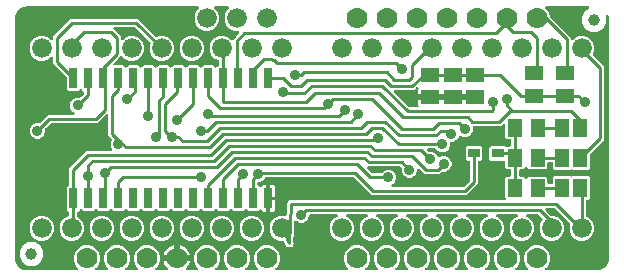
<source format=gbr>
G04 EAGLE Gerber RS-274X export*
G75*
%MOMM*%
%FSLAX34Y34*%
%LPD*%
%INBottom Copper*%
%IPPOS*%
%AMOC8*
5,1,8,0,0,1.08239X$1,22.5*%
G01*
%ADD10R,1.500000X1.240000*%
%ADD11R,1.168400X1.600200*%
%ADD12R,1.000000X0.800000*%
%ADD13C,1.000000*%
%ADD14R,1.240000X1.500000*%
%ADD15R,0.635000X1.778000*%
%ADD16C,1.676400*%
%ADD17C,1.778000*%
%ADD18C,0.254000*%
%ADD19C,0.906400*%

G36*
X-198715Y-111742D02*
X-198715Y-111742D01*
X-198576Y-111729D01*
X-198557Y-111722D01*
X-198536Y-111719D01*
X-198408Y-111668D01*
X-198276Y-111621D01*
X-198260Y-111610D01*
X-198241Y-111602D01*
X-198128Y-111521D01*
X-198013Y-111443D01*
X-198000Y-111427D01*
X-197983Y-111416D01*
X-197895Y-111308D01*
X-197803Y-111204D01*
X-197794Y-111186D01*
X-197781Y-111171D01*
X-197721Y-111045D01*
X-197658Y-110921D01*
X-197654Y-110901D01*
X-197645Y-110883D01*
X-197619Y-110746D01*
X-197589Y-110611D01*
X-197589Y-110590D01*
X-197585Y-110571D01*
X-197594Y-110432D01*
X-197598Y-110293D01*
X-197604Y-110273D01*
X-197605Y-110253D01*
X-197648Y-110121D01*
X-197687Y-109987D01*
X-197697Y-109970D01*
X-197703Y-109951D01*
X-197778Y-109833D01*
X-197848Y-109713D01*
X-197867Y-109692D01*
X-197873Y-109682D01*
X-197888Y-109668D01*
X-197955Y-109593D01*
X-199760Y-107787D01*
X-201423Y-103773D01*
X-201423Y-99427D01*
X-199760Y-95413D01*
X-196687Y-92340D01*
X-192673Y-90677D01*
X-188327Y-90677D01*
X-184313Y-92340D01*
X-181240Y-95413D01*
X-179577Y-99427D01*
X-179577Y-103773D01*
X-181240Y-107787D01*
X-183045Y-109593D01*
X-183131Y-109702D01*
X-183219Y-109809D01*
X-183228Y-109828D01*
X-183240Y-109844D01*
X-183296Y-109972D01*
X-183355Y-110097D01*
X-183359Y-110117D01*
X-183367Y-110136D01*
X-183389Y-110274D01*
X-183415Y-110410D01*
X-183413Y-110430D01*
X-183417Y-110450D01*
X-183404Y-110589D01*
X-183395Y-110727D01*
X-183389Y-110746D01*
X-183387Y-110766D01*
X-183340Y-110898D01*
X-183297Y-111029D01*
X-183286Y-111047D01*
X-183279Y-111066D01*
X-183201Y-111181D01*
X-183127Y-111298D01*
X-183112Y-111312D01*
X-183101Y-111329D01*
X-182996Y-111421D01*
X-182895Y-111516D01*
X-182877Y-111526D01*
X-182862Y-111539D01*
X-182738Y-111603D01*
X-182617Y-111670D01*
X-182597Y-111675D01*
X-182579Y-111684D01*
X-182443Y-111714D01*
X-182309Y-111749D01*
X-182281Y-111751D01*
X-182269Y-111754D01*
X-182248Y-111753D01*
X-182148Y-111759D01*
X-173452Y-111759D01*
X-173315Y-111742D01*
X-173176Y-111729D01*
X-173157Y-111722D01*
X-173136Y-111719D01*
X-173008Y-111668D01*
X-172876Y-111621D01*
X-172860Y-111610D01*
X-172841Y-111602D01*
X-172728Y-111521D01*
X-172613Y-111443D01*
X-172600Y-111427D01*
X-172583Y-111416D01*
X-172495Y-111308D01*
X-172403Y-111204D01*
X-172394Y-111186D01*
X-172381Y-111171D01*
X-172321Y-111045D01*
X-172258Y-110921D01*
X-172254Y-110901D01*
X-172245Y-110883D01*
X-172219Y-110746D01*
X-172189Y-110611D01*
X-172189Y-110590D01*
X-172185Y-110571D01*
X-172194Y-110432D01*
X-172198Y-110293D01*
X-172204Y-110273D01*
X-172205Y-110253D01*
X-172248Y-110121D01*
X-172287Y-109987D01*
X-172297Y-109970D01*
X-172303Y-109951D01*
X-172378Y-109833D01*
X-172448Y-109713D01*
X-172467Y-109692D01*
X-172473Y-109682D01*
X-172488Y-109668D01*
X-172555Y-109593D01*
X-174360Y-107787D01*
X-176023Y-103773D01*
X-176023Y-99427D01*
X-174360Y-95413D01*
X-171287Y-92340D01*
X-167273Y-90677D01*
X-162927Y-90677D01*
X-158913Y-92340D01*
X-155840Y-95413D01*
X-154177Y-99427D01*
X-154177Y-103773D01*
X-155840Y-107787D01*
X-157645Y-109593D01*
X-157731Y-109702D01*
X-157819Y-109809D01*
X-157828Y-109828D01*
X-157840Y-109844D01*
X-157896Y-109972D01*
X-157955Y-110097D01*
X-157959Y-110117D01*
X-157967Y-110136D01*
X-157989Y-110274D01*
X-158015Y-110410D01*
X-158013Y-110430D01*
X-158017Y-110450D01*
X-158004Y-110589D01*
X-157995Y-110727D01*
X-157989Y-110746D01*
X-157987Y-110766D01*
X-157940Y-110898D01*
X-157897Y-111029D01*
X-157886Y-111047D01*
X-157879Y-111066D01*
X-157801Y-111181D01*
X-157727Y-111298D01*
X-157712Y-111312D01*
X-157701Y-111329D01*
X-157596Y-111421D01*
X-157495Y-111516D01*
X-157477Y-111526D01*
X-157462Y-111539D01*
X-157338Y-111603D01*
X-157217Y-111670D01*
X-157197Y-111675D01*
X-157179Y-111684D01*
X-157043Y-111714D01*
X-156909Y-111749D01*
X-156881Y-111751D01*
X-156869Y-111754D01*
X-156848Y-111753D01*
X-156748Y-111759D01*
X-148052Y-111759D01*
X-147915Y-111742D01*
X-147776Y-111729D01*
X-147757Y-111722D01*
X-147736Y-111719D01*
X-147608Y-111668D01*
X-147476Y-111621D01*
X-147460Y-111610D01*
X-147441Y-111602D01*
X-147328Y-111521D01*
X-147213Y-111443D01*
X-147200Y-111427D01*
X-147183Y-111416D01*
X-147095Y-111308D01*
X-147003Y-111204D01*
X-146994Y-111186D01*
X-146981Y-111171D01*
X-146921Y-111045D01*
X-146858Y-110921D01*
X-146854Y-110901D01*
X-146845Y-110883D01*
X-146819Y-110746D01*
X-146789Y-110611D01*
X-146789Y-110590D01*
X-146785Y-110571D01*
X-146794Y-110432D01*
X-146798Y-110293D01*
X-146804Y-110273D01*
X-146805Y-110253D01*
X-146848Y-110121D01*
X-146887Y-109987D01*
X-146897Y-109970D01*
X-146903Y-109951D01*
X-146978Y-109833D01*
X-147048Y-109713D01*
X-147067Y-109692D01*
X-147073Y-109682D01*
X-147088Y-109668D01*
X-147155Y-109593D01*
X-148960Y-107787D01*
X-150623Y-103773D01*
X-150623Y-99427D01*
X-148960Y-95413D01*
X-145887Y-92340D01*
X-141873Y-90677D01*
X-137527Y-90677D01*
X-133513Y-92340D01*
X-130440Y-95413D01*
X-128777Y-99427D01*
X-128777Y-103773D01*
X-130440Y-107787D01*
X-132245Y-109593D01*
X-132331Y-109702D01*
X-132419Y-109809D01*
X-132428Y-109828D01*
X-132440Y-109844D01*
X-132496Y-109972D01*
X-132555Y-110097D01*
X-132559Y-110117D01*
X-132567Y-110136D01*
X-132589Y-110274D01*
X-132615Y-110410D01*
X-132613Y-110430D01*
X-132617Y-110450D01*
X-132604Y-110589D01*
X-132595Y-110727D01*
X-132589Y-110746D01*
X-132587Y-110766D01*
X-132540Y-110898D01*
X-132497Y-111029D01*
X-132486Y-111047D01*
X-132479Y-111066D01*
X-132401Y-111181D01*
X-132327Y-111298D01*
X-132312Y-111312D01*
X-132301Y-111329D01*
X-132196Y-111421D01*
X-132095Y-111516D01*
X-132077Y-111526D01*
X-132062Y-111539D01*
X-131938Y-111603D01*
X-131817Y-111670D01*
X-131797Y-111675D01*
X-131779Y-111684D01*
X-131643Y-111714D01*
X-131509Y-111749D01*
X-131481Y-111751D01*
X-131469Y-111754D01*
X-131448Y-111753D01*
X-131348Y-111759D01*
X-123370Y-111759D01*
X-123232Y-111742D01*
X-123094Y-111729D01*
X-123075Y-111722D01*
X-123055Y-111719D01*
X-122925Y-111668D01*
X-122795Y-111621D01*
X-122778Y-111610D01*
X-122759Y-111602D01*
X-122647Y-111521D01*
X-122532Y-111443D01*
X-122518Y-111427D01*
X-122502Y-111416D01*
X-122413Y-111308D01*
X-122321Y-111204D01*
X-122312Y-111186D01*
X-122299Y-111171D01*
X-122240Y-111045D01*
X-122177Y-110921D01*
X-122172Y-110901D01*
X-122164Y-110883D01*
X-122138Y-110747D01*
X-122107Y-110611D01*
X-122108Y-110590D01*
X-122104Y-110571D01*
X-122112Y-110432D01*
X-122117Y-110293D01*
X-122122Y-110273D01*
X-122124Y-110253D01*
X-122166Y-110121D01*
X-122205Y-109987D01*
X-122215Y-109970D01*
X-122222Y-109951D01*
X-122296Y-109833D01*
X-122367Y-109713D01*
X-122385Y-109692D01*
X-122392Y-109682D01*
X-122407Y-109668D01*
X-122473Y-109592D01*
X-123019Y-109047D01*
X-124077Y-107591D01*
X-124893Y-105988D01*
X-125449Y-104277D01*
X-125477Y-104099D01*
X-115530Y-104099D01*
X-115412Y-104084D01*
X-115293Y-104077D01*
X-115255Y-104064D01*
X-115215Y-104059D01*
X-115104Y-104016D01*
X-114991Y-103979D01*
X-114957Y-103957D01*
X-114919Y-103942D01*
X-114823Y-103873D01*
X-114722Y-103809D01*
X-114694Y-103779D01*
X-114662Y-103756D01*
X-114586Y-103664D01*
X-114504Y-103577D01*
X-114485Y-103542D01*
X-114459Y-103511D01*
X-114408Y-103403D01*
X-114351Y-103299D01*
X-114341Y-103259D01*
X-114323Y-103223D01*
X-114303Y-103116D01*
X-114299Y-103146D01*
X-114255Y-103256D01*
X-114219Y-103369D01*
X-114197Y-103404D01*
X-114182Y-103441D01*
X-114112Y-103537D01*
X-114049Y-103638D01*
X-114019Y-103666D01*
X-113995Y-103699D01*
X-113904Y-103775D01*
X-113817Y-103856D01*
X-113782Y-103876D01*
X-113750Y-103901D01*
X-113643Y-103952D01*
X-113538Y-104010D01*
X-113499Y-104020D01*
X-113463Y-104037D01*
X-113346Y-104059D01*
X-113230Y-104089D01*
X-113170Y-104093D01*
X-113150Y-104097D01*
X-113130Y-104095D01*
X-113070Y-104099D01*
X-103123Y-104099D01*
X-103151Y-104277D01*
X-103707Y-105988D01*
X-104523Y-107591D01*
X-105581Y-109047D01*
X-106127Y-109592D01*
X-106212Y-109702D01*
X-106301Y-109809D01*
X-106310Y-109828D01*
X-106322Y-109844D01*
X-106377Y-109972D01*
X-106436Y-110097D01*
X-106440Y-110117D01*
X-106448Y-110136D01*
X-106470Y-110274D01*
X-106496Y-110410D01*
X-106495Y-110430D01*
X-106498Y-110450D01*
X-106485Y-110589D01*
X-106476Y-110727D01*
X-106470Y-110746D01*
X-106468Y-110766D01*
X-106421Y-110897D01*
X-106378Y-111029D01*
X-106368Y-111047D01*
X-106361Y-111066D01*
X-106283Y-111180D01*
X-106208Y-111298D01*
X-106194Y-111312D01*
X-106182Y-111329D01*
X-106078Y-111421D01*
X-105977Y-111516D01*
X-105959Y-111526D01*
X-105944Y-111539D01*
X-105820Y-111602D01*
X-105698Y-111670D01*
X-105679Y-111675D01*
X-105661Y-111684D01*
X-105525Y-111714D01*
X-105390Y-111749D01*
X-105362Y-111751D01*
X-105350Y-111754D01*
X-105330Y-111753D01*
X-105230Y-111759D01*
X-97252Y-111759D01*
X-97115Y-111742D01*
X-96976Y-111729D01*
X-96957Y-111722D01*
X-96936Y-111719D01*
X-96808Y-111668D01*
X-96676Y-111621D01*
X-96660Y-111610D01*
X-96641Y-111602D01*
X-96528Y-111521D01*
X-96413Y-111443D01*
X-96400Y-111427D01*
X-96383Y-111416D01*
X-96295Y-111308D01*
X-96203Y-111204D01*
X-96194Y-111186D01*
X-96181Y-111171D01*
X-96121Y-111045D01*
X-96058Y-110921D01*
X-96054Y-110901D01*
X-96045Y-110883D01*
X-96019Y-110746D01*
X-95989Y-110611D01*
X-95989Y-110590D01*
X-95985Y-110571D01*
X-95994Y-110432D01*
X-95998Y-110293D01*
X-96004Y-110273D01*
X-96005Y-110253D01*
X-96048Y-110121D01*
X-96087Y-109987D01*
X-96097Y-109970D01*
X-96103Y-109951D01*
X-96178Y-109833D01*
X-96248Y-109713D01*
X-96267Y-109692D01*
X-96273Y-109682D01*
X-96288Y-109668D01*
X-96355Y-109593D01*
X-98160Y-107787D01*
X-99823Y-103773D01*
X-99823Y-99427D01*
X-98160Y-95413D01*
X-95087Y-92340D01*
X-91073Y-90677D01*
X-86727Y-90677D01*
X-82713Y-92340D01*
X-79640Y-95413D01*
X-77977Y-99427D01*
X-77977Y-103773D01*
X-79640Y-107787D01*
X-81445Y-109593D01*
X-81531Y-109702D01*
X-81619Y-109809D01*
X-81628Y-109828D01*
X-81640Y-109844D01*
X-81696Y-109972D01*
X-81755Y-110097D01*
X-81759Y-110117D01*
X-81767Y-110136D01*
X-81789Y-110274D01*
X-81815Y-110410D01*
X-81813Y-110430D01*
X-81817Y-110450D01*
X-81804Y-110589D01*
X-81795Y-110727D01*
X-81789Y-110746D01*
X-81787Y-110766D01*
X-81740Y-110898D01*
X-81697Y-111029D01*
X-81686Y-111047D01*
X-81679Y-111066D01*
X-81601Y-111181D01*
X-81527Y-111298D01*
X-81512Y-111312D01*
X-81501Y-111329D01*
X-81396Y-111421D01*
X-81295Y-111516D01*
X-81277Y-111526D01*
X-81262Y-111539D01*
X-81138Y-111603D01*
X-81017Y-111670D01*
X-80997Y-111675D01*
X-80979Y-111684D01*
X-80843Y-111714D01*
X-80709Y-111749D01*
X-80681Y-111751D01*
X-80669Y-111754D01*
X-80648Y-111753D01*
X-80548Y-111759D01*
X-71852Y-111759D01*
X-71715Y-111742D01*
X-71576Y-111729D01*
X-71557Y-111722D01*
X-71536Y-111719D01*
X-71408Y-111668D01*
X-71276Y-111621D01*
X-71260Y-111610D01*
X-71241Y-111602D01*
X-71128Y-111521D01*
X-71013Y-111443D01*
X-71000Y-111427D01*
X-70983Y-111416D01*
X-70895Y-111308D01*
X-70803Y-111204D01*
X-70794Y-111186D01*
X-70781Y-111171D01*
X-70721Y-111045D01*
X-70658Y-110921D01*
X-70654Y-110901D01*
X-70645Y-110883D01*
X-70619Y-110746D01*
X-70589Y-110611D01*
X-70589Y-110590D01*
X-70585Y-110571D01*
X-70594Y-110432D01*
X-70598Y-110293D01*
X-70604Y-110273D01*
X-70605Y-110253D01*
X-70648Y-110121D01*
X-70687Y-109987D01*
X-70697Y-109970D01*
X-70703Y-109951D01*
X-70778Y-109833D01*
X-70848Y-109713D01*
X-70867Y-109692D01*
X-70873Y-109682D01*
X-70888Y-109668D01*
X-70955Y-109593D01*
X-72760Y-107787D01*
X-74423Y-103773D01*
X-74423Y-99427D01*
X-72760Y-95413D01*
X-69687Y-92340D01*
X-65673Y-90677D01*
X-61327Y-90677D01*
X-57313Y-92340D01*
X-54240Y-95413D01*
X-52577Y-99427D01*
X-52577Y-103773D01*
X-54240Y-107787D01*
X-56045Y-109593D01*
X-56131Y-109702D01*
X-56219Y-109809D01*
X-56228Y-109828D01*
X-56240Y-109844D01*
X-56296Y-109972D01*
X-56355Y-110097D01*
X-56359Y-110117D01*
X-56367Y-110136D01*
X-56389Y-110274D01*
X-56415Y-110410D01*
X-56413Y-110430D01*
X-56417Y-110450D01*
X-56404Y-110589D01*
X-56395Y-110727D01*
X-56389Y-110746D01*
X-56387Y-110766D01*
X-56340Y-110898D01*
X-56297Y-111029D01*
X-56286Y-111047D01*
X-56279Y-111066D01*
X-56201Y-111181D01*
X-56127Y-111298D01*
X-56112Y-111312D01*
X-56101Y-111329D01*
X-55996Y-111421D01*
X-55895Y-111516D01*
X-55877Y-111526D01*
X-55862Y-111539D01*
X-55738Y-111603D01*
X-55617Y-111670D01*
X-55597Y-111675D01*
X-55579Y-111684D01*
X-55443Y-111714D01*
X-55309Y-111749D01*
X-55281Y-111751D01*
X-55269Y-111754D01*
X-55248Y-111753D01*
X-55148Y-111759D01*
X-46452Y-111759D01*
X-46315Y-111742D01*
X-46176Y-111729D01*
X-46157Y-111722D01*
X-46136Y-111719D01*
X-46008Y-111668D01*
X-45876Y-111621D01*
X-45860Y-111610D01*
X-45841Y-111602D01*
X-45728Y-111521D01*
X-45613Y-111443D01*
X-45600Y-111427D01*
X-45583Y-111416D01*
X-45495Y-111308D01*
X-45403Y-111204D01*
X-45394Y-111186D01*
X-45381Y-111171D01*
X-45321Y-111045D01*
X-45258Y-110921D01*
X-45254Y-110901D01*
X-45245Y-110883D01*
X-45219Y-110746D01*
X-45189Y-110611D01*
X-45189Y-110590D01*
X-45185Y-110571D01*
X-45194Y-110432D01*
X-45198Y-110293D01*
X-45204Y-110273D01*
X-45205Y-110253D01*
X-45248Y-110121D01*
X-45287Y-109987D01*
X-45297Y-109970D01*
X-45303Y-109951D01*
X-45378Y-109833D01*
X-45448Y-109713D01*
X-45467Y-109692D01*
X-45473Y-109682D01*
X-45488Y-109668D01*
X-45555Y-109593D01*
X-47360Y-107787D01*
X-49023Y-103773D01*
X-49023Y-99427D01*
X-47360Y-95413D01*
X-44287Y-92340D01*
X-40273Y-90677D01*
X-35927Y-90677D01*
X-31913Y-92340D01*
X-28840Y-95413D01*
X-27177Y-99427D01*
X-27177Y-103773D01*
X-28840Y-107787D01*
X-30645Y-109593D01*
X-30731Y-109702D01*
X-30819Y-109809D01*
X-30828Y-109828D01*
X-30840Y-109844D01*
X-30896Y-109972D01*
X-30955Y-110097D01*
X-30959Y-110117D01*
X-30967Y-110136D01*
X-30989Y-110274D01*
X-31015Y-110410D01*
X-31013Y-110430D01*
X-31017Y-110450D01*
X-31004Y-110589D01*
X-30995Y-110727D01*
X-30989Y-110746D01*
X-30987Y-110766D01*
X-30940Y-110898D01*
X-30897Y-111029D01*
X-30886Y-111047D01*
X-30879Y-111066D01*
X-30801Y-111181D01*
X-30727Y-111298D01*
X-30712Y-111312D01*
X-30701Y-111329D01*
X-30596Y-111421D01*
X-30495Y-111516D01*
X-30477Y-111526D01*
X-30462Y-111539D01*
X-30338Y-111603D01*
X-30217Y-111670D01*
X-30197Y-111675D01*
X-30179Y-111684D01*
X-30043Y-111714D01*
X-29909Y-111749D01*
X-29881Y-111751D01*
X-29869Y-111754D01*
X-29848Y-111753D01*
X-29748Y-111759D01*
X29748Y-111759D01*
X29885Y-111742D01*
X30024Y-111729D01*
X30043Y-111722D01*
X30064Y-111719D01*
X30192Y-111668D01*
X30324Y-111621D01*
X30340Y-111610D01*
X30359Y-111602D01*
X30472Y-111521D01*
X30587Y-111443D01*
X30600Y-111427D01*
X30617Y-111416D01*
X30705Y-111308D01*
X30797Y-111204D01*
X30806Y-111186D01*
X30819Y-111171D01*
X30879Y-111045D01*
X30942Y-110921D01*
X30946Y-110901D01*
X30955Y-110883D01*
X30981Y-110746D01*
X31011Y-110611D01*
X31011Y-110590D01*
X31015Y-110571D01*
X31006Y-110432D01*
X31002Y-110293D01*
X30996Y-110273D01*
X30995Y-110253D01*
X30952Y-110121D01*
X30913Y-109987D01*
X30903Y-109970D01*
X30897Y-109951D01*
X30822Y-109833D01*
X30752Y-109713D01*
X30733Y-109692D01*
X30727Y-109682D01*
X30712Y-109668D01*
X30645Y-109593D01*
X28840Y-107787D01*
X27177Y-103773D01*
X27177Y-99427D01*
X28840Y-95413D01*
X31913Y-92340D01*
X35927Y-90677D01*
X40273Y-90677D01*
X44287Y-92340D01*
X47360Y-95413D01*
X49023Y-99427D01*
X49023Y-103773D01*
X47360Y-107787D01*
X45555Y-109593D01*
X45469Y-109702D01*
X45381Y-109809D01*
X45372Y-109828D01*
X45360Y-109844D01*
X45304Y-109972D01*
X45245Y-110097D01*
X45241Y-110117D01*
X45233Y-110136D01*
X45211Y-110274D01*
X45185Y-110410D01*
X45187Y-110430D01*
X45183Y-110450D01*
X45196Y-110589D01*
X45205Y-110727D01*
X45211Y-110746D01*
X45213Y-110766D01*
X45260Y-110898D01*
X45303Y-111029D01*
X45314Y-111047D01*
X45321Y-111066D01*
X45399Y-111181D01*
X45473Y-111298D01*
X45488Y-111312D01*
X45499Y-111329D01*
X45604Y-111421D01*
X45705Y-111516D01*
X45723Y-111526D01*
X45738Y-111539D01*
X45862Y-111603D01*
X45983Y-111670D01*
X46003Y-111675D01*
X46021Y-111684D01*
X46157Y-111714D01*
X46291Y-111749D01*
X46319Y-111751D01*
X46331Y-111754D01*
X46352Y-111753D01*
X46452Y-111759D01*
X55148Y-111759D01*
X55285Y-111742D01*
X55424Y-111729D01*
X55443Y-111722D01*
X55464Y-111719D01*
X55592Y-111668D01*
X55724Y-111621D01*
X55740Y-111610D01*
X55759Y-111602D01*
X55872Y-111521D01*
X55987Y-111443D01*
X56000Y-111427D01*
X56017Y-111416D01*
X56105Y-111308D01*
X56197Y-111204D01*
X56206Y-111186D01*
X56219Y-111171D01*
X56279Y-111045D01*
X56342Y-110921D01*
X56346Y-110901D01*
X56355Y-110883D01*
X56381Y-110746D01*
X56411Y-110611D01*
X56411Y-110590D01*
X56415Y-110571D01*
X56406Y-110432D01*
X56402Y-110293D01*
X56396Y-110273D01*
X56395Y-110253D01*
X56352Y-110121D01*
X56313Y-109987D01*
X56303Y-109970D01*
X56297Y-109951D01*
X56222Y-109833D01*
X56152Y-109713D01*
X56133Y-109692D01*
X56127Y-109682D01*
X56112Y-109668D01*
X56045Y-109593D01*
X54240Y-107787D01*
X52577Y-103773D01*
X52577Y-99427D01*
X54240Y-95413D01*
X57313Y-92340D01*
X61327Y-90677D01*
X65673Y-90677D01*
X69687Y-92340D01*
X72760Y-95413D01*
X74423Y-99427D01*
X74423Y-103773D01*
X72760Y-107787D01*
X70955Y-109593D01*
X70869Y-109702D01*
X70781Y-109809D01*
X70772Y-109828D01*
X70760Y-109844D01*
X70704Y-109972D01*
X70645Y-110097D01*
X70641Y-110117D01*
X70633Y-110136D01*
X70611Y-110274D01*
X70585Y-110410D01*
X70587Y-110430D01*
X70583Y-110450D01*
X70596Y-110589D01*
X70605Y-110727D01*
X70611Y-110746D01*
X70613Y-110766D01*
X70660Y-110898D01*
X70703Y-111029D01*
X70714Y-111047D01*
X70721Y-111066D01*
X70799Y-111181D01*
X70873Y-111298D01*
X70888Y-111312D01*
X70899Y-111329D01*
X71004Y-111421D01*
X71105Y-111516D01*
X71123Y-111526D01*
X71138Y-111539D01*
X71262Y-111603D01*
X71383Y-111670D01*
X71403Y-111675D01*
X71421Y-111684D01*
X71557Y-111714D01*
X71691Y-111749D01*
X71719Y-111751D01*
X71731Y-111754D01*
X71752Y-111753D01*
X71852Y-111759D01*
X80548Y-111759D01*
X80685Y-111742D01*
X80824Y-111729D01*
X80843Y-111722D01*
X80864Y-111719D01*
X80992Y-111668D01*
X81124Y-111621D01*
X81140Y-111610D01*
X81159Y-111602D01*
X81272Y-111521D01*
X81387Y-111443D01*
X81400Y-111427D01*
X81417Y-111416D01*
X81505Y-111308D01*
X81597Y-111204D01*
X81606Y-111186D01*
X81619Y-111171D01*
X81679Y-111045D01*
X81742Y-110921D01*
X81746Y-110901D01*
X81755Y-110883D01*
X81781Y-110746D01*
X81811Y-110611D01*
X81811Y-110590D01*
X81815Y-110571D01*
X81806Y-110432D01*
X81802Y-110293D01*
X81796Y-110273D01*
X81795Y-110253D01*
X81752Y-110121D01*
X81713Y-109987D01*
X81703Y-109970D01*
X81697Y-109951D01*
X81622Y-109833D01*
X81552Y-109713D01*
X81533Y-109692D01*
X81527Y-109682D01*
X81512Y-109668D01*
X81445Y-109593D01*
X79640Y-107787D01*
X77977Y-103773D01*
X77977Y-99427D01*
X79640Y-95413D01*
X82713Y-92340D01*
X86727Y-90677D01*
X91073Y-90677D01*
X95087Y-92340D01*
X98160Y-95413D01*
X99823Y-99427D01*
X99823Y-103773D01*
X98160Y-107787D01*
X96355Y-109593D01*
X96269Y-109702D01*
X96181Y-109809D01*
X96172Y-109828D01*
X96160Y-109844D01*
X96104Y-109972D01*
X96045Y-110097D01*
X96041Y-110117D01*
X96033Y-110136D01*
X96011Y-110274D01*
X95985Y-110410D01*
X95987Y-110430D01*
X95983Y-110450D01*
X95996Y-110589D01*
X96005Y-110727D01*
X96011Y-110746D01*
X96013Y-110766D01*
X96060Y-110898D01*
X96103Y-111029D01*
X96114Y-111047D01*
X96121Y-111066D01*
X96199Y-111181D01*
X96273Y-111298D01*
X96288Y-111312D01*
X96299Y-111329D01*
X96404Y-111421D01*
X96505Y-111516D01*
X96523Y-111526D01*
X96538Y-111539D01*
X96662Y-111603D01*
X96783Y-111670D01*
X96803Y-111675D01*
X96821Y-111684D01*
X96957Y-111714D01*
X97091Y-111749D01*
X97119Y-111751D01*
X97131Y-111754D01*
X97152Y-111753D01*
X97252Y-111759D01*
X105948Y-111759D01*
X106085Y-111742D01*
X106224Y-111729D01*
X106243Y-111722D01*
X106264Y-111719D01*
X106392Y-111668D01*
X106524Y-111621D01*
X106540Y-111610D01*
X106559Y-111602D01*
X106672Y-111521D01*
X106787Y-111443D01*
X106800Y-111427D01*
X106817Y-111416D01*
X106905Y-111308D01*
X106997Y-111204D01*
X107006Y-111186D01*
X107019Y-111171D01*
X107079Y-111045D01*
X107142Y-110921D01*
X107146Y-110901D01*
X107155Y-110883D01*
X107181Y-110746D01*
X107211Y-110611D01*
X107211Y-110590D01*
X107215Y-110571D01*
X107206Y-110432D01*
X107202Y-110293D01*
X107196Y-110273D01*
X107195Y-110253D01*
X107152Y-110121D01*
X107113Y-109987D01*
X107103Y-109970D01*
X107097Y-109951D01*
X107022Y-109833D01*
X106952Y-109713D01*
X106933Y-109692D01*
X106927Y-109682D01*
X106912Y-109668D01*
X106845Y-109593D01*
X105040Y-107787D01*
X103377Y-103773D01*
X103377Y-99427D01*
X105040Y-95413D01*
X108113Y-92340D01*
X112127Y-90677D01*
X116473Y-90677D01*
X120487Y-92340D01*
X123560Y-95413D01*
X125223Y-99427D01*
X125223Y-103773D01*
X123560Y-107787D01*
X121755Y-109593D01*
X121669Y-109702D01*
X121581Y-109809D01*
X121572Y-109828D01*
X121560Y-109844D01*
X121504Y-109972D01*
X121445Y-110097D01*
X121441Y-110117D01*
X121433Y-110136D01*
X121411Y-110274D01*
X121385Y-110410D01*
X121387Y-110430D01*
X121383Y-110450D01*
X121396Y-110589D01*
X121405Y-110727D01*
X121411Y-110746D01*
X121413Y-110766D01*
X121460Y-110898D01*
X121503Y-111029D01*
X121514Y-111047D01*
X121521Y-111066D01*
X121599Y-111181D01*
X121673Y-111298D01*
X121688Y-111312D01*
X121699Y-111329D01*
X121804Y-111421D01*
X121905Y-111516D01*
X121923Y-111526D01*
X121938Y-111539D01*
X122062Y-111603D01*
X122183Y-111670D01*
X122203Y-111675D01*
X122221Y-111684D01*
X122357Y-111714D01*
X122491Y-111749D01*
X122519Y-111751D01*
X122531Y-111754D01*
X122552Y-111753D01*
X122652Y-111759D01*
X131348Y-111759D01*
X131485Y-111742D01*
X131624Y-111729D01*
X131643Y-111722D01*
X131664Y-111719D01*
X131792Y-111668D01*
X131924Y-111621D01*
X131940Y-111610D01*
X131959Y-111602D01*
X132072Y-111521D01*
X132187Y-111443D01*
X132200Y-111427D01*
X132217Y-111416D01*
X132305Y-111308D01*
X132397Y-111204D01*
X132406Y-111186D01*
X132419Y-111171D01*
X132479Y-111045D01*
X132542Y-110921D01*
X132546Y-110901D01*
X132555Y-110883D01*
X132581Y-110746D01*
X132611Y-110611D01*
X132611Y-110590D01*
X132615Y-110571D01*
X132606Y-110432D01*
X132602Y-110293D01*
X132596Y-110273D01*
X132595Y-110253D01*
X132552Y-110121D01*
X132513Y-109987D01*
X132503Y-109970D01*
X132497Y-109951D01*
X132422Y-109833D01*
X132352Y-109713D01*
X132333Y-109692D01*
X132327Y-109682D01*
X132312Y-109668D01*
X132245Y-109593D01*
X130440Y-107787D01*
X128777Y-103773D01*
X128777Y-99427D01*
X130440Y-95413D01*
X133513Y-92340D01*
X137527Y-90677D01*
X141873Y-90677D01*
X145887Y-92340D01*
X148960Y-95413D01*
X150623Y-99427D01*
X150623Y-103773D01*
X148960Y-107787D01*
X147155Y-109593D01*
X147069Y-109702D01*
X146981Y-109809D01*
X146972Y-109828D01*
X146960Y-109844D01*
X146904Y-109972D01*
X146845Y-110097D01*
X146841Y-110117D01*
X146833Y-110136D01*
X146811Y-110274D01*
X146785Y-110410D01*
X146787Y-110430D01*
X146783Y-110450D01*
X146796Y-110589D01*
X146805Y-110727D01*
X146811Y-110746D01*
X146813Y-110766D01*
X146860Y-110898D01*
X146903Y-111029D01*
X146914Y-111047D01*
X146921Y-111066D01*
X146999Y-111181D01*
X147073Y-111298D01*
X147088Y-111312D01*
X147099Y-111329D01*
X147204Y-111421D01*
X147305Y-111516D01*
X147323Y-111526D01*
X147338Y-111539D01*
X147462Y-111603D01*
X147583Y-111670D01*
X147603Y-111675D01*
X147621Y-111684D01*
X147757Y-111714D01*
X147891Y-111749D01*
X147919Y-111751D01*
X147931Y-111754D01*
X147952Y-111753D01*
X148052Y-111759D01*
X156748Y-111759D01*
X156885Y-111742D01*
X157024Y-111729D01*
X157043Y-111722D01*
X157064Y-111719D01*
X157192Y-111668D01*
X157324Y-111621D01*
X157340Y-111610D01*
X157359Y-111602D01*
X157472Y-111521D01*
X157587Y-111443D01*
X157600Y-111427D01*
X157617Y-111416D01*
X157705Y-111308D01*
X157797Y-111204D01*
X157806Y-111186D01*
X157819Y-111171D01*
X157879Y-111045D01*
X157942Y-110921D01*
X157946Y-110901D01*
X157955Y-110883D01*
X157981Y-110746D01*
X158011Y-110611D01*
X158011Y-110590D01*
X158015Y-110571D01*
X158006Y-110432D01*
X158002Y-110293D01*
X157996Y-110273D01*
X157995Y-110253D01*
X157952Y-110121D01*
X157913Y-109987D01*
X157903Y-109970D01*
X157897Y-109951D01*
X157822Y-109833D01*
X157752Y-109713D01*
X157733Y-109692D01*
X157727Y-109682D01*
X157712Y-109668D01*
X157645Y-109593D01*
X155840Y-107787D01*
X154177Y-103773D01*
X154177Y-99427D01*
X155840Y-95413D01*
X158913Y-92340D01*
X162927Y-90677D01*
X167273Y-90677D01*
X171287Y-92340D01*
X174360Y-95413D01*
X176023Y-99427D01*
X176023Y-103773D01*
X174360Y-107787D01*
X172555Y-109593D01*
X172469Y-109702D01*
X172381Y-109809D01*
X172372Y-109828D01*
X172360Y-109844D01*
X172304Y-109972D01*
X172245Y-110097D01*
X172241Y-110117D01*
X172233Y-110136D01*
X172211Y-110274D01*
X172185Y-110410D01*
X172187Y-110430D01*
X172183Y-110450D01*
X172196Y-110589D01*
X172205Y-110727D01*
X172211Y-110746D01*
X172213Y-110766D01*
X172260Y-110898D01*
X172303Y-111029D01*
X172314Y-111047D01*
X172321Y-111066D01*
X172399Y-111181D01*
X172473Y-111298D01*
X172488Y-111312D01*
X172499Y-111329D01*
X172604Y-111421D01*
X172705Y-111516D01*
X172723Y-111526D01*
X172738Y-111539D01*
X172862Y-111603D01*
X172983Y-111670D01*
X173003Y-111675D01*
X173021Y-111684D01*
X173157Y-111714D01*
X173291Y-111749D01*
X173319Y-111751D01*
X173331Y-111754D01*
X173352Y-111753D01*
X173452Y-111759D01*
X182148Y-111759D01*
X182285Y-111742D01*
X182424Y-111729D01*
X182443Y-111722D01*
X182464Y-111719D01*
X182592Y-111668D01*
X182724Y-111621D01*
X182740Y-111610D01*
X182759Y-111602D01*
X182872Y-111521D01*
X182987Y-111443D01*
X183000Y-111427D01*
X183017Y-111416D01*
X183105Y-111308D01*
X183197Y-111204D01*
X183206Y-111186D01*
X183219Y-111171D01*
X183279Y-111045D01*
X183342Y-110921D01*
X183346Y-110901D01*
X183355Y-110883D01*
X183381Y-110746D01*
X183411Y-110611D01*
X183411Y-110590D01*
X183415Y-110571D01*
X183406Y-110432D01*
X183402Y-110293D01*
X183396Y-110273D01*
X183395Y-110253D01*
X183352Y-110121D01*
X183313Y-109987D01*
X183303Y-109970D01*
X183297Y-109951D01*
X183222Y-109833D01*
X183152Y-109713D01*
X183133Y-109692D01*
X183127Y-109682D01*
X183112Y-109668D01*
X183045Y-109593D01*
X181240Y-107787D01*
X179577Y-103773D01*
X179577Y-99427D01*
X181240Y-95413D01*
X184313Y-92340D01*
X188327Y-90677D01*
X192673Y-90677D01*
X196687Y-92340D01*
X199760Y-95413D01*
X201423Y-99427D01*
X201423Y-103773D01*
X199760Y-107787D01*
X197955Y-109593D01*
X197869Y-109702D01*
X197781Y-109809D01*
X197772Y-109828D01*
X197760Y-109844D01*
X197704Y-109972D01*
X197645Y-110097D01*
X197641Y-110117D01*
X197633Y-110136D01*
X197611Y-110274D01*
X197585Y-110410D01*
X197587Y-110430D01*
X197583Y-110450D01*
X197596Y-110589D01*
X197605Y-110727D01*
X197611Y-110746D01*
X197613Y-110766D01*
X197660Y-110898D01*
X197703Y-111029D01*
X197714Y-111047D01*
X197721Y-111066D01*
X197799Y-111181D01*
X197873Y-111298D01*
X197888Y-111312D01*
X197899Y-111329D01*
X198004Y-111421D01*
X198105Y-111516D01*
X198123Y-111526D01*
X198138Y-111539D01*
X198262Y-111603D01*
X198383Y-111670D01*
X198403Y-111675D01*
X198421Y-111684D01*
X198557Y-111714D01*
X198691Y-111749D01*
X198719Y-111751D01*
X198731Y-111754D01*
X198752Y-111753D01*
X198852Y-111759D01*
X241300Y-111759D01*
X241320Y-111757D01*
X241424Y-111753D01*
X243159Y-111582D01*
X243262Y-111559D01*
X243368Y-111544D01*
X243448Y-111517D01*
X243469Y-111512D01*
X243483Y-111505D01*
X243520Y-111492D01*
X246725Y-110164D01*
X246733Y-110160D01*
X246742Y-110157D01*
X246872Y-110081D01*
X247001Y-110007D01*
X247008Y-110000D01*
X247016Y-109996D01*
X247137Y-109889D01*
X249589Y-107437D01*
X249595Y-107429D01*
X249602Y-107423D01*
X249691Y-107305D01*
X249784Y-107185D01*
X249788Y-107177D01*
X249793Y-107169D01*
X249864Y-107025D01*
X251192Y-103820D01*
X251220Y-103718D01*
X251256Y-103618D01*
X251270Y-103534D01*
X251276Y-103513D01*
X251276Y-103497D01*
X251282Y-103459D01*
X251453Y-101724D01*
X251453Y-101705D01*
X251453Y-101704D01*
X251456Y-101686D01*
X251455Y-101667D01*
X251459Y-101600D01*
X251459Y101600D01*
X251457Y101620D01*
X251453Y101724D01*
X251293Y103349D01*
X251272Y103444D01*
X251259Y103541D01*
X251236Y103599D01*
X251223Y103660D01*
X251178Y103746D01*
X251142Y103836D01*
X251106Y103887D01*
X251077Y103942D01*
X251013Y104015D01*
X250956Y104094D01*
X250907Y104133D01*
X250866Y104180D01*
X250785Y104234D01*
X250711Y104296D01*
X250654Y104323D01*
X250602Y104358D01*
X250511Y104391D01*
X250423Y104432D01*
X250362Y104444D01*
X250303Y104465D01*
X250206Y104474D01*
X250110Y104492D01*
X250048Y104488D01*
X249986Y104494D01*
X249890Y104478D01*
X249793Y104472D01*
X249734Y104453D01*
X249672Y104443D01*
X249583Y104404D01*
X249491Y104374D01*
X249438Y104341D01*
X249381Y104316D01*
X249304Y104256D01*
X249222Y104204D01*
X249179Y104158D01*
X249130Y104120D01*
X249070Y104043D01*
X249004Y103972D01*
X248974Y103917D01*
X248936Y103868D01*
X248897Y103779D01*
X248850Y103694D01*
X248835Y103633D01*
X248810Y103576D01*
X248795Y103480D01*
X248771Y103386D01*
X248764Y103281D01*
X248761Y103262D01*
X248762Y103243D01*
X248761Y103225D01*
X248761Y97650D01*
X246081Y93009D01*
X241440Y90329D01*
X236080Y90329D01*
X231439Y93009D01*
X228759Y97650D01*
X228759Y103010D01*
X231439Y107651D01*
X234452Y109391D01*
X234569Y109479D01*
X234686Y109564D01*
X234695Y109575D01*
X234706Y109583D01*
X234796Y109697D01*
X234889Y109809D01*
X234895Y109822D01*
X234903Y109832D01*
X234963Y109966D01*
X235025Y110097D01*
X235027Y110110D01*
X235033Y110123D01*
X235057Y110267D01*
X235084Y110410D01*
X235084Y110423D01*
X235086Y110436D01*
X235074Y110582D01*
X235065Y110727D01*
X235061Y110740D01*
X235059Y110753D01*
X235011Y110891D01*
X234967Y111029D01*
X234959Y111041D01*
X234955Y111054D01*
X234874Y111175D01*
X234797Y111298D01*
X234787Y111307D01*
X234779Y111319D01*
X234671Y111416D01*
X234565Y111516D01*
X234553Y111523D01*
X234543Y111532D01*
X234414Y111599D01*
X234286Y111670D01*
X234273Y111673D01*
X234261Y111679D01*
X234119Y111713D01*
X233978Y111749D01*
X233960Y111750D01*
X233952Y111752D01*
X233935Y111752D01*
X233818Y111759D01*
X198852Y111759D01*
X198715Y111742D01*
X198576Y111729D01*
X198557Y111722D01*
X198536Y111719D01*
X198408Y111668D01*
X198276Y111621D01*
X198260Y111610D01*
X198241Y111602D01*
X198128Y111521D01*
X198013Y111443D01*
X198000Y111427D01*
X197983Y111416D01*
X197895Y111308D01*
X197803Y111204D01*
X197794Y111186D01*
X197781Y111171D01*
X197721Y111045D01*
X197658Y110921D01*
X197654Y110901D01*
X197645Y110883D01*
X197619Y110746D01*
X197589Y110611D01*
X197589Y110590D01*
X197585Y110571D01*
X197594Y110432D01*
X197598Y110293D01*
X197604Y110273D01*
X197605Y110253D01*
X197648Y110121D01*
X197687Y109987D01*
X197697Y109970D01*
X197703Y109951D01*
X197778Y109833D01*
X197848Y109713D01*
X197867Y109692D01*
X197873Y109682D01*
X197888Y109668D01*
X197955Y109593D01*
X199760Y107787D01*
X201423Y103773D01*
X201423Y103494D01*
X201435Y103396D01*
X201438Y103297D01*
X201455Y103238D01*
X201463Y103178D01*
X201499Y103086D01*
X201527Y102991D01*
X201557Y102939D01*
X201580Y102883D01*
X201638Y102803D01*
X201688Y102717D01*
X201754Y102642D01*
X201766Y102625D01*
X201776Y102617D01*
X201794Y102596D01*
X219203Y85188D01*
X219203Y84596D01*
X219220Y84458D01*
X219233Y84319D01*
X219240Y84300D01*
X219243Y84280D01*
X219294Y84151D01*
X219341Y84020D01*
X219352Y84003D01*
X219360Y83984D01*
X219441Y83872D01*
X219519Y83757D01*
X219535Y83743D01*
X219546Y83727D01*
X219654Y83638D01*
X219758Y83546D01*
X219776Y83537D01*
X219791Y83524D01*
X219917Y83465D01*
X220041Y83402D01*
X220061Y83397D01*
X220079Y83389D01*
X220216Y83363D01*
X220351Y83332D01*
X220372Y83333D01*
X220391Y83329D01*
X220530Y83338D01*
X220669Y83342D01*
X220689Y83347D01*
X220709Y83349D01*
X220841Y83391D01*
X220975Y83430D01*
X220992Y83440D01*
X221011Y83447D01*
X221129Y83521D01*
X221249Y83592D01*
X221270Y83610D01*
X221280Y83617D01*
X221294Y83632D01*
X221369Y83698D01*
X222701Y85029D01*
X226528Y86615D01*
X230672Y86615D01*
X234499Y85029D01*
X237429Y82099D01*
X239015Y78272D01*
X239015Y74128D01*
X237892Y71417D01*
X237884Y71389D01*
X237870Y71362D01*
X237842Y71236D01*
X237808Y71110D01*
X237807Y71081D01*
X237801Y71052D01*
X237805Y70922D01*
X237803Y70792D01*
X237810Y70764D01*
X237810Y70734D01*
X237847Y70610D01*
X237877Y70483D01*
X237891Y70457D01*
X237899Y70429D01*
X237965Y70317D01*
X238026Y70202D01*
X238045Y70180D01*
X238060Y70155D01*
X238167Y70034D01*
X247143Y61058D01*
X247143Y-1368D01*
X235576Y-12934D01*
X235516Y-13013D01*
X235448Y-13085D01*
X235419Y-13138D01*
X235382Y-13186D01*
X235342Y-13277D01*
X235294Y-13363D01*
X235279Y-13422D01*
X235255Y-13477D01*
X235240Y-13575D01*
X235215Y-13671D01*
X235209Y-13771D01*
X235205Y-13792D01*
X235207Y-13804D01*
X235205Y-13832D01*
X235205Y-25353D01*
X234014Y-26544D01*
X220646Y-26544D01*
X220608Y-26505D01*
X220513Y-26432D01*
X220424Y-26353D01*
X220388Y-26335D01*
X220356Y-26310D01*
X220247Y-26263D01*
X220141Y-26209D01*
X220101Y-26200D01*
X220064Y-26184D01*
X219947Y-26165D01*
X219831Y-26139D01*
X219790Y-26140D01*
X219750Y-26134D01*
X219632Y-26145D01*
X219513Y-26149D01*
X219474Y-26160D01*
X219434Y-26164D01*
X219321Y-26204D01*
X219207Y-26237D01*
X219173Y-26258D01*
X219134Y-26271D01*
X219036Y-26338D01*
X218933Y-26399D01*
X218888Y-26439D01*
X218871Y-26450D01*
X218858Y-26465D01*
X218813Y-26505D01*
X218774Y-26544D01*
X205406Y-26544D01*
X204215Y-25353D01*
X204215Y-21082D01*
X204200Y-20964D01*
X204193Y-20845D01*
X204180Y-20807D01*
X204175Y-20766D01*
X204132Y-20656D01*
X204095Y-20543D01*
X204073Y-20508D01*
X204058Y-20471D01*
X203989Y-20375D01*
X203925Y-20274D01*
X203895Y-20246D01*
X203872Y-20213D01*
X203780Y-20137D01*
X203693Y-20056D01*
X203658Y-20036D01*
X203627Y-20011D01*
X203519Y-19960D01*
X203415Y-19902D01*
X203375Y-19892D01*
X203339Y-19875D01*
X203222Y-19853D01*
X203107Y-19823D01*
X203047Y-19819D01*
X203027Y-19815D01*
X203006Y-19817D01*
X202946Y-19813D01*
X200612Y-19813D01*
X200494Y-19828D01*
X200375Y-19835D01*
X200337Y-19848D01*
X200296Y-19853D01*
X200186Y-19896D01*
X200073Y-19933D01*
X200038Y-19955D01*
X200001Y-19970D01*
X199905Y-20039D01*
X199804Y-20103D01*
X199776Y-20133D01*
X199743Y-20156D01*
X199667Y-20248D01*
X199586Y-20335D01*
X199566Y-20370D01*
X199541Y-20401D01*
X199490Y-20509D01*
X199432Y-20613D01*
X199422Y-20653D01*
X199405Y-20689D01*
X199383Y-20806D01*
X199353Y-20921D01*
X199349Y-20981D01*
X199345Y-21001D01*
X199347Y-21022D01*
X199343Y-21082D01*
X199343Y-24852D01*
X198152Y-26043D01*
X184068Y-26043D01*
X182507Y-24482D01*
X182413Y-24409D01*
X182324Y-24330D01*
X182288Y-24312D01*
X182256Y-24287D01*
X182147Y-24240D01*
X182041Y-24186D01*
X182002Y-24177D01*
X181964Y-24161D01*
X181847Y-24142D01*
X181731Y-24116D01*
X181690Y-24117D01*
X181650Y-24111D01*
X181532Y-24122D01*
X181413Y-24126D01*
X181374Y-24137D01*
X181334Y-24141D01*
X181222Y-24181D01*
X181107Y-24214D01*
X181072Y-24235D01*
X181034Y-24248D01*
X180936Y-24315D01*
X180833Y-24376D01*
X180788Y-24416D01*
X180771Y-24427D01*
X180758Y-24442D01*
X180712Y-24482D01*
X179152Y-26043D01*
X176682Y-26043D01*
X176564Y-26058D01*
X176445Y-26065D01*
X176407Y-26078D01*
X176366Y-26083D01*
X176256Y-26126D01*
X176143Y-26163D01*
X176108Y-26185D01*
X176071Y-26200D01*
X175975Y-26269D01*
X175874Y-26333D01*
X175846Y-26363D01*
X175813Y-26386D01*
X175737Y-26478D01*
X175656Y-26565D01*
X175636Y-26600D01*
X175611Y-26631D01*
X175560Y-26739D01*
X175502Y-26843D01*
X175492Y-26883D01*
X175475Y-26919D01*
X175453Y-27036D01*
X175423Y-27151D01*
X175419Y-27211D01*
X175415Y-27231D01*
X175417Y-27252D01*
X175413Y-27312D01*
X175413Y-31108D01*
X175428Y-31226D01*
X175435Y-31345D01*
X175448Y-31383D01*
X175453Y-31424D01*
X175496Y-31534D01*
X175533Y-31647D01*
X175555Y-31682D01*
X175570Y-31719D01*
X175639Y-31815D01*
X175703Y-31916D01*
X175733Y-31944D01*
X175756Y-31977D01*
X175848Y-32053D01*
X175935Y-32134D01*
X175970Y-32154D01*
X176001Y-32179D01*
X176109Y-32230D01*
X176213Y-32288D01*
X176253Y-32298D01*
X176289Y-32315D01*
X176406Y-32337D01*
X176521Y-32367D01*
X176581Y-32371D01*
X176601Y-32375D01*
X176622Y-32373D01*
X176682Y-32377D01*
X179152Y-32377D01*
X180712Y-33938D01*
X180807Y-34011D01*
X180896Y-34090D01*
X180932Y-34108D01*
X180964Y-34133D01*
X181073Y-34180D01*
X181179Y-34234D01*
X181218Y-34243D01*
X181256Y-34259D01*
X181373Y-34278D01*
X181489Y-34304D01*
X181530Y-34303D01*
X181570Y-34309D01*
X181688Y-34298D01*
X181807Y-34294D01*
X181846Y-34283D01*
X181886Y-34279D01*
X181999Y-34239D01*
X182113Y-34206D01*
X182147Y-34185D01*
X182186Y-34172D01*
X182284Y-34105D01*
X182387Y-34044D01*
X182432Y-34004D01*
X182449Y-33993D01*
X182462Y-33978D01*
X182507Y-33938D01*
X184068Y-32377D01*
X198152Y-32377D01*
X199343Y-33568D01*
X199343Y-37338D01*
X199358Y-37456D01*
X199365Y-37575D01*
X199378Y-37613D01*
X199383Y-37654D01*
X199426Y-37764D01*
X199463Y-37877D01*
X199485Y-37912D01*
X199500Y-37949D01*
X199569Y-38045D01*
X199633Y-38146D01*
X199663Y-38174D01*
X199686Y-38207D01*
X199778Y-38283D01*
X199865Y-38364D01*
X199900Y-38384D01*
X199931Y-38409D01*
X200039Y-38460D01*
X200143Y-38518D01*
X200183Y-38528D01*
X200219Y-38545D01*
X200336Y-38567D01*
X200451Y-38597D01*
X200511Y-38601D01*
X200531Y-38605D01*
X200552Y-38603D01*
X200612Y-38607D01*
X202946Y-38607D01*
X203064Y-38592D01*
X203183Y-38585D01*
X203221Y-38572D01*
X203262Y-38567D01*
X203372Y-38524D01*
X203485Y-38487D01*
X203520Y-38465D01*
X203557Y-38450D01*
X203653Y-38381D01*
X203754Y-38317D01*
X203782Y-38287D01*
X203815Y-38264D01*
X203891Y-38172D01*
X203972Y-38085D01*
X203992Y-38050D01*
X204017Y-38019D01*
X204068Y-37911D01*
X204126Y-37807D01*
X204136Y-37767D01*
X204153Y-37731D01*
X204175Y-37614D01*
X204205Y-37499D01*
X204209Y-37439D01*
X204213Y-37419D01*
X204211Y-37398D01*
X204215Y-37338D01*
X204215Y-33067D01*
X205406Y-31876D01*
X218774Y-31876D01*
X218812Y-31915D01*
X218907Y-31988D01*
X218996Y-32067D01*
X219032Y-32085D01*
X219064Y-32110D01*
X219173Y-32157D01*
X219279Y-32211D01*
X219319Y-32220D01*
X219356Y-32236D01*
X219473Y-32255D01*
X219589Y-32281D01*
X219630Y-32280D01*
X219670Y-32286D01*
X219788Y-32275D01*
X219907Y-32271D01*
X219946Y-32260D01*
X219986Y-32256D01*
X220099Y-32216D01*
X220213Y-32183D01*
X220247Y-32162D01*
X220286Y-32149D01*
X220384Y-32082D01*
X220487Y-32021D01*
X220532Y-31981D01*
X220549Y-31970D01*
X220562Y-31955D01*
X220607Y-31915D01*
X220646Y-31876D01*
X234014Y-31876D01*
X235205Y-33067D01*
X235205Y-50753D01*
X234014Y-51944D01*
X233172Y-51944D01*
X233054Y-51959D01*
X232935Y-51966D01*
X232897Y-51979D01*
X232856Y-51984D01*
X232746Y-52027D01*
X232633Y-52064D01*
X232598Y-52086D01*
X232561Y-52101D01*
X232465Y-52170D01*
X232364Y-52234D01*
X232336Y-52264D01*
X232303Y-52287D01*
X232227Y-52379D01*
X232146Y-52466D01*
X232126Y-52501D01*
X232101Y-52532D01*
X232050Y-52640D01*
X231992Y-52744D01*
X231982Y-52784D01*
X231965Y-52820D01*
X231943Y-52937D01*
X231913Y-53052D01*
X231909Y-53112D01*
X231905Y-53132D01*
X231907Y-53153D01*
X231903Y-53213D01*
X231903Y-65447D01*
X231906Y-65476D01*
X231904Y-65506D01*
X231926Y-65634D01*
X231943Y-65763D01*
X231953Y-65790D01*
X231958Y-65819D01*
X232012Y-65938D01*
X232060Y-66058D01*
X232077Y-66082D01*
X232089Y-66109D01*
X232170Y-66211D01*
X232246Y-66316D01*
X232269Y-66335D01*
X232288Y-66358D01*
X232391Y-66436D01*
X232491Y-66519D01*
X232518Y-66531D01*
X232542Y-66549D01*
X232686Y-66620D01*
X234499Y-67371D01*
X237429Y-70301D01*
X239015Y-74128D01*
X239015Y-78272D01*
X237429Y-82099D01*
X234499Y-85029D01*
X230672Y-86615D01*
X226528Y-86615D01*
X222701Y-85029D01*
X219771Y-82099D01*
X218185Y-78272D01*
X218185Y-74128D01*
X218564Y-73213D01*
X218572Y-73185D01*
X218586Y-73158D01*
X218614Y-73032D01*
X218648Y-72906D01*
X218649Y-72877D01*
X218655Y-72848D01*
X218651Y-72718D01*
X218653Y-72589D01*
X218646Y-72560D01*
X218646Y-72530D01*
X218610Y-72406D01*
X218579Y-72279D01*
X218565Y-72253D01*
X218557Y-72225D01*
X218491Y-72113D01*
X218430Y-71998D01*
X218411Y-71976D01*
X218396Y-71951D01*
X218289Y-71830D01*
X206014Y-59554D01*
X205935Y-59494D01*
X205863Y-59426D01*
X205810Y-59397D01*
X205762Y-59360D01*
X205671Y-59320D01*
X205585Y-59272D01*
X205526Y-59257D01*
X205471Y-59233D01*
X205373Y-59218D01*
X205277Y-59193D01*
X205177Y-59187D01*
X205157Y-59183D01*
X205144Y-59185D01*
X205116Y-59183D01*
X198998Y-59183D01*
X198860Y-59200D01*
X198721Y-59213D01*
X198702Y-59220D01*
X198682Y-59223D01*
X198553Y-59274D01*
X198422Y-59321D01*
X198405Y-59332D01*
X198387Y-59340D01*
X198274Y-59421D01*
X198159Y-59499D01*
X198146Y-59515D01*
X198129Y-59526D01*
X198040Y-59634D01*
X197948Y-59738D01*
X197939Y-59756D01*
X197926Y-59771D01*
X197867Y-59897D01*
X197804Y-60021D01*
X197799Y-60041D01*
X197791Y-60059D01*
X197765Y-60195D01*
X197734Y-60331D01*
X197735Y-60352D01*
X197731Y-60371D01*
X197740Y-60510D01*
X197744Y-60649D01*
X197750Y-60669D01*
X197751Y-60689D01*
X197794Y-60821D01*
X197832Y-60955D01*
X197843Y-60972D01*
X197849Y-60991D01*
X197923Y-61109D01*
X197994Y-61229D01*
X198012Y-61250D01*
X198019Y-61260D01*
X198034Y-61274D01*
X198100Y-61349D01*
X202164Y-65414D01*
X202243Y-65474D01*
X202315Y-65542D01*
X202368Y-65571D01*
X202416Y-65608D01*
X202507Y-65648D01*
X202593Y-65696D01*
X202652Y-65711D01*
X202707Y-65735D01*
X202805Y-65750D01*
X202901Y-65775D01*
X203001Y-65781D01*
X203022Y-65785D01*
X203034Y-65783D01*
X203062Y-65785D01*
X205272Y-65785D01*
X209099Y-67371D01*
X212029Y-70301D01*
X213615Y-74128D01*
X213615Y-78272D01*
X212029Y-82099D01*
X209099Y-85029D01*
X205272Y-86615D01*
X201128Y-86615D01*
X197301Y-85029D01*
X194371Y-82099D01*
X192785Y-78272D01*
X192785Y-74128D01*
X194371Y-70301D01*
X195143Y-69529D01*
X195216Y-69435D01*
X195295Y-69345D01*
X195313Y-69309D01*
X195338Y-69277D01*
X195385Y-69168D01*
X195439Y-69062D01*
X195448Y-69023D01*
X195464Y-68985D01*
X195483Y-68868D01*
X195509Y-68752D01*
X195508Y-68711D01*
X195514Y-68671D01*
X195503Y-68553D01*
X195499Y-68434D01*
X195488Y-68395D01*
X195484Y-68355D01*
X195444Y-68243D01*
X195411Y-68128D01*
X195390Y-68094D01*
X195377Y-68055D01*
X195310Y-67957D01*
X195249Y-67854D01*
X195209Y-67809D01*
X195198Y-67792D01*
X195183Y-67779D01*
X195143Y-67734D01*
X192044Y-64634D01*
X191965Y-64574D01*
X191893Y-64506D01*
X191840Y-64477D01*
X191792Y-64440D01*
X191701Y-64400D01*
X191615Y-64352D01*
X191556Y-64337D01*
X191501Y-64313D01*
X191403Y-64298D01*
X191307Y-64273D01*
X191207Y-64267D01*
X191186Y-64263D01*
X191174Y-64265D01*
X191146Y-64263D01*
X182577Y-64263D01*
X182508Y-64271D01*
X182438Y-64270D01*
X182350Y-64291D01*
X182261Y-64303D01*
X182196Y-64328D01*
X182129Y-64345D01*
X182049Y-64387D01*
X181966Y-64420D01*
X181909Y-64461D01*
X181847Y-64493D01*
X181781Y-64554D01*
X181708Y-64606D01*
X181664Y-64660D01*
X181612Y-64707D01*
X181563Y-64782D01*
X181505Y-64851D01*
X181476Y-64915D01*
X181437Y-64973D01*
X181408Y-65058D01*
X181370Y-65139D01*
X181357Y-65208D01*
X181334Y-65274D01*
X181327Y-65363D01*
X181310Y-65451D01*
X181314Y-65521D01*
X181309Y-65591D01*
X181324Y-65679D01*
X181330Y-65769D01*
X181351Y-65835D01*
X181363Y-65904D01*
X181400Y-65986D01*
X181428Y-66071D01*
X181465Y-66130D01*
X181494Y-66194D01*
X181550Y-66264D01*
X181598Y-66340D01*
X181649Y-66388D01*
X181692Y-66442D01*
X181764Y-66497D01*
X181830Y-66558D01*
X181891Y-66592D01*
X181947Y-66634D01*
X182091Y-66705D01*
X183699Y-67371D01*
X186629Y-70301D01*
X188215Y-74128D01*
X188215Y-78272D01*
X186629Y-82099D01*
X183699Y-85029D01*
X179872Y-86615D01*
X175728Y-86615D01*
X171901Y-85029D01*
X168971Y-82099D01*
X167385Y-78272D01*
X167385Y-74128D01*
X168971Y-70301D01*
X171901Y-67371D01*
X173509Y-66705D01*
X173570Y-66670D01*
X173634Y-66644D01*
X173707Y-66592D01*
X173785Y-66547D01*
X173835Y-66499D01*
X173892Y-66458D01*
X173949Y-66388D01*
X174014Y-66326D01*
X174050Y-66266D01*
X174095Y-66213D01*
X174133Y-66131D01*
X174180Y-66055D01*
X174200Y-65988D01*
X174230Y-65925D01*
X174247Y-65837D01*
X174273Y-65751D01*
X174277Y-65681D01*
X174290Y-65612D01*
X174284Y-65523D01*
X174289Y-65433D01*
X174274Y-65365D01*
X174270Y-65295D01*
X174242Y-65210D01*
X174224Y-65122D01*
X174194Y-65059D01*
X174172Y-64993D01*
X174124Y-64917D01*
X174085Y-64836D01*
X174039Y-64783D01*
X174002Y-64724D01*
X173937Y-64662D01*
X173878Y-64594D01*
X173821Y-64554D01*
X173770Y-64506D01*
X173692Y-64463D01*
X173618Y-64411D01*
X173553Y-64386D01*
X173492Y-64352D01*
X173405Y-64330D01*
X173321Y-64298D01*
X173251Y-64290D01*
X173184Y-64273D01*
X173023Y-64263D01*
X157177Y-64263D01*
X157108Y-64271D01*
X157038Y-64270D01*
X156950Y-64291D01*
X156861Y-64303D01*
X156796Y-64328D01*
X156729Y-64345D01*
X156649Y-64387D01*
X156566Y-64420D01*
X156509Y-64461D01*
X156447Y-64493D01*
X156381Y-64554D01*
X156308Y-64606D01*
X156264Y-64660D01*
X156212Y-64707D01*
X156163Y-64782D01*
X156105Y-64851D01*
X156076Y-64915D01*
X156037Y-64973D01*
X156008Y-65058D01*
X155970Y-65139D01*
X155957Y-65208D01*
X155934Y-65274D01*
X155927Y-65363D01*
X155910Y-65451D01*
X155914Y-65521D01*
X155909Y-65591D01*
X155924Y-65679D01*
X155930Y-65769D01*
X155951Y-65835D01*
X155963Y-65904D01*
X156000Y-65986D01*
X156028Y-66071D01*
X156065Y-66130D01*
X156094Y-66194D01*
X156150Y-66264D01*
X156198Y-66340D01*
X156249Y-66388D01*
X156292Y-66442D01*
X156364Y-66497D01*
X156430Y-66558D01*
X156491Y-66592D01*
X156547Y-66634D01*
X156691Y-66705D01*
X158299Y-67371D01*
X161229Y-70301D01*
X162815Y-74128D01*
X162815Y-78272D01*
X161229Y-82099D01*
X158299Y-85029D01*
X154472Y-86615D01*
X150328Y-86615D01*
X146501Y-85029D01*
X143571Y-82099D01*
X141985Y-78272D01*
X141985Y-74128D01*
X143571Y-70301D01*
X146501Y-67371D01*
X148109Y-66705D01*
X148170Y-66670D01*
X148234Y-66644D01*
X148307Y-66592D01*
X148385Y-66547D01*
X148435Y-66499D01*
X148492Y-66458D01*
X148549Y-66388D01*
X148614Y-66326D01*
X148650Y-66266D01*
X148695Y-66213D01*
X148733Y-66131D01*
X148780Y-66055D01*
X148800Y-65988D01*
X148830Y-65925D01*
X148847Y-65837D01*
X148873Y-65751D01*
X148877Y-65681D01*
X148890Y-65612D01*
X148884Y-65523D01*
X148889Y-65433D01*
X148874Y-65365D01*
X148870Y-65295D01*
X148842Y-65210D01*
X148824Y-65122D01*
X148794Y-65059D01*
X148772Y-64993D01*
X148724Y-64917D01*
X148685Y-64836D01*
X148639Y-64783D01*
X148602Y-64724D01*
X148536Y-64662D01*
X148478Y-64594D01*
X148421Y-64554D01*
X148370Y-64506D01*
X148292Y-64463D01*
X148218Y-64411D01*
X148153Y-64386D01*
X148092Y-64352D01*
X148005Y-64330D01*
X147921Y-64298D01*
X147851Y-64290D01*
X147784Y-64273D01*
X147623Y-64263D01*
X131777Y-64263D01*
X131708Y-64271D01*
X131638Y-64270D01*
X131550Y-64291D01*
X131461Y-64303D01*
X131396Y-64328D01*
X131329Y-64345D01*
X131249Y-64387D01*
X131166Y-64420D01*
X131109Y-64461D01*
X131047Y-64493D01*
X130981Y-64554D01*
X130908Y-64606D01*
X130864Y-64660D01*
X130812Y-64707D01*
X130763Y-64782D01*
X130705Y-64851D01*
X130676Y-64915D01*
X130637Y-64973D01*
X130608Y-65058D01*
X130570Y-65139D01*
X130557Y-65208D01*
X130534Y-65274D01*
X130527Y-65363D01*
X130510Y-65451D01*
X130514Y-65521D01*
X130509Y-65591D01*
X130524Y-65679D01*
X130530Y-65769D01*
X130551Y-65835D01*
X130563Y-65904D01*
X130600Y-65986D01*
X130628Y-66071D01*
X130665Y-66130D01*
X130694Y-66194D01*
X130750Y-66264D01*
X130798Y-66340D01*
X130849Y-66388D01*
X130892Y-66442D01*
X130964Y-66497D01*
X131030Y-66558D01*
X131091Y-66592D01*
X131147Y-66634D01*
X131291Y-66705D01*
X132899Y-67371D01*
X135829Y-70301D01*
X137415Y-74128D01*
X137415Y-78272D01*
X135829Y-82099D01*
X132899Y-85029D01*
X129072Y-86615D01*
X124928Y-86615D01*
X121101Y-85029D01*
X118171Y-82099D01*
X116585Y-78272D01*
X116585Y-74128D01*
X118171Y-70301D01*
X121101Y-67371D01*
X122709Y-66705D01*
X122770Y-66670D01*
X122834Y-66644D01*
X122907Y-66592D01*
X122985Y-66547D01*
X123035Y-66499D01*
X123092Y-66458D01*
X123149Y-66388D01*
X123214Y-66326D01*
X123250Y-66266D01*
X123295Y-66213D01*
X123333Y-66131D01*
X123380Y-66055D01*
X123400Y-65988D01*
X123430Y-65925D01*
X123447Y-65837D01*
X123473Y-65751D01*
X123477Y-65681D01*
X123490Y-65612D01*
X123484Y-65523D01*
X123489Y-65433D01*
X123474Y-65365D01*
X123470Y-65295D01*
X123442Y-65210D01*
X123424Y-65122D01*
X123394Y-65059D01*
X123372Y-64993D01*
X123324Y-64917D01*
X123285Y-64836D01*
X123239Y-64783D01*
X123202Y-64724D01*
X123136Y-64662D01*
X123078Y-64594D01*
X123021Y-64554D01*
X122970Y-64506D01*
X122892Y-64463D01*
X122818Y-64411D01*
X122753Y-64386D01*
X122692Y-64352D01*
X122605Y-64330D01*
X122521Y-64298D01*
X122451Y-64290D01*
X122384Y-64273D01*
X122223Y-64263D01*
X106377Y-64263D01*
X106308Y-64271D01*
X106238Y-64270D01*
X106150Y-64291D01*
X106061Y-64303D01*
X105996Y-64328D01*
X105929Y-64345D01*
X105849Y-64387D01*
X105766Y-64420D01*
X105709Y-64461D01*
X105647Y-64493D01*
X105581Y-64554D01*
X105508Y-64606D01*
X105464Y-64660D01*
X105412Y-64707D01*
X105363Y-64782D01*
X105305Y-64851D01*
X105276Y-64915D01*
X105237Y-64973D01*
X105208Y-65058D01*
X105170Y-65139D01*
X105157Y-65208D01*
X105134Y-65274D01*
X105127Y-65363D01*
X105110Y-65451D01*
X105114Y-65521D01*
X105109Y-65591D01*
X105124Y-65679D01*
X105130Y-65769D01*
X105151Y-65835D01*
X105163Y-65904D01*
X105200Y-65986D01*
X105228Y-66071D01*
X105265Y-66130D01*
X105294Y-66194D01*
X105350Y-66264D01*
X105398Y-66340D01*
X105449Y-66388D01*
X105492Y-66442D01*
X105564Y-66497D01*
X105630Y-66558D01*
X105691Y-66592D01*
X105747Y-66634D01*
X105891Y-66705D01*
X107499Y-67371D01*
X110429Y-70301D01*
X112015Y-74128D01*
X112015Y-78272D01*
X110429Y-82099D01*
X107499Y-85029D01*
X103672Y-86615D01*
X99528Y-86615D01*
X95701Y-85029D01*
X92771Y-82099D01*
X91185Y-78272D01*
X91185Y-74128D01*
X92771Y-70301D01*
X95701Y-67371D01*
X97309Y-66705D01*
X97370Y-66670D01*
X97434Y-66644D01*
X97507Y-66592D01*
X97585Y-66547D01*
X97635Y-66499D01*
X97692Y-66458D01*
X97749Y-66388D01*
X97814Y-66326D01*
X97850Y-66266D01*
X97895Y-66213D01*
X97933Y-66131D01*
X97980Y-66055D01*
X98000Y-65988D01*
X98030Y-65925D01*
X98047Y-65837D01*
X98073Y-65751D01*
X98077Y-65681D01*
X98090Y-65612D01*
X98084Y-65523D01*
X98089Y-65433D01*
X98074Y-65365D01*
X98070Y-65295D01*
X98042Y-65210D01*
X98024Y-65122D01*
X97994Y-65059D01*
X97972Y-64993D01*
X97924Y-64917D01*
X97885Y-64836D01*
X97839Y-64783D01*
X97802Y-64724D01*
X97736Y-64662D01*
X97678Y-64594D01*
X97621Y-64554D01*
X97570Y-64506D01*
X97492Y-64463D01*
X97418Y-64411D01*
X97353Y-64386D01*
X97292Y-64352D01*
X97205Y-64330D01*
X97121Y-64298D01*
X97051Y-64290D01*
X96984Y-64273D01*
X96823Y-64263D01*
X80977Y-64263D01*
X80908Y-64271D01*
X80838Y-64270D01*
X80750Y-64291D01*
X80661Y-64303D01*
X80596Y-64328D01*
X80529Y-64345D01*
X80449Y-64387D01*
X80366Y-64420D01*
X80309Y-64461D01*
X80247Y-64493D01*
X80181Y-64554D01*
X80108Y-64606D01*
X80064Y-64660D01*
X80012Y-64707D01*
X79963Y-64782D01*
X79905Y-64851D01*
X79876Y-64915D01*
X79837Y-64973D01*
X79808Y-65058D01*
X79770Y-65139D01*
X79757Y-65208D01*
X79734Y-65274D01*
X79727Y-65363D01*
X79710Y-65451D01*
X79714Y-65521D01*
X79709Y-65591D01*
X79724Y-65679D01*
X79730Y-65769D01*
X79751Y-65835D01*
X79763Y-65904D01*
X79800Y-65986D01*
X79828Y-66071D01*
X79865Y-66130D01*
X79894Y-66194D01*
X79950Y-66264D01*
X79998Y-66340D01*
X80049Y-66388D01*
X80092Y-66442D01*
X80164Y-66497D01*
X80230Y-66558D01*
X80291Y-66592D01*
X80347Y-66634D01*
X80491Y-66705D01*
X82099Y-67371D01*
X85029Y-70301D01*
X86615Y-74128D01*
X86615Y-78272D01*
X85029Y-82099D01*
X82099Y-85029D01*
X78272Y-86615D01*
X74128Y-86615D01*
X70301Y-85029D01*
X67371Y-82099D01*
X65785Y-78272D01*
X65785Y-74128D01*
X67371Y-70301D01*
X70301Y-67371D01*
X71909Y-66705D01*
X71970Y-66670D01*
X72034Y-66644D01*
X72107Y-66592D01*
X72185Y-66547D01*
X72235Y-66499D01*
X72292Y-66458D01*
X72349Y-66388D01*
X72414Y-66326D01*
X72450Y-66266D01*
X72495Y-66213D01*
X72533Y-66131D01*
X72580Y-66055D01*
X72600Y-65988D01*
X72630Y-65925D01*
X72647Y-65837D01*
X72673Y-65751D01*
X72677Y-65681D01*
X72690Y-65612D01*
X72684Y-65523D01*
X72689Y-65433D01*
X72674Y-65365D01*
X72670Y-65295D01*
X72642Y-65210D01*
X72624Y-65122D01*
X72594Y-65059D01*
X72572Y-64993D01*
X72524Y-64917D01*
X72485Y-64836D01*
X72439Y-64783D01*
X72402Y-64724D01*
X72336Y-64662D01*
X72278Y-64594D01*
X72221Y-64554D01*
X72170Y-64506D01*
X72092Y-64463D01*
X72018Y-64411D01*
X71953Y-64386D01*
X71892Y-64352D01*
X71805Y-64330D01*
X71721Y-64298D01*
X71651Y-64290D01*
X71584Y-64273D01*
X71423Y-64263D01*
X55577Y-64263D01*
X55508Y-64271D01*
X55438Y-64270D01*
X55350Y-64291D01*
X55261Y-64303D01*
X55196Y-64328D01*
X55129Y-64345D01*
X55049Y-64387D01*
X54966Y-64420D01*
X54909Y-64461D01*
X54847Y-64493D01*
X54781Y-64554D01*
X54708Y-64606D01*
X54664Y-64660D01*
X54612Y-64707D01*
X54563Y-64782D01*
X54505Y-64851D01*
X54476Y-64915D01*
X54437Y-64973D01*
X54408Y-65058D01*
X54370Y-65139D01*
X54357Y-65208D01*
X54334Y-65274D01*
X54327Y-65363D01*
X54310Y-65451D01*
X54314Y-65521D01*
X54309Y-65591D01*
X54324Y-65679D01*
X54330Y-65769D01*
X54351Y-65835D01*
X54363Y-65904D01*
X54400Y-65986D01*
X54428Y-66071D01*
X54465Y-66130D01*
X54494Y-66194D01*
X54550Y-66264D01*
X54598Y-66340D01*
X54649Y-66388D01*
X54692Y-66442D01*
X54764Y-66497D01*
X54830Y-66558D01*
X54891Y-66592D01*
X54947Y-66634D01*
X55091Y-66705D01*
X56699Y-67371D01*
X59629Y-70301D01*
X61215Y-74128D01*
X61215Y-78272D01*
X59629Y-82099D01*
X56699Y-85029D01*
X52872Y-86615D01*
X48728Y-86615D01*
X44901Y-85029D01*
X41971Y-82099D01*
X40385Y-78272D01*
X40385Y-74128D01*
X41971Y-70301D01*
X44901Y-67371D01*
X46509Y-66705D01*
X46570Y-66670D01*
X46634Y-66644D01*
X46707Y-66592D01*
X46785Y-66547D01*
X46835Y-66499D01*
X46892Y-66458D01*
X46949Y-66388D01*
X47014Y-66326D01*
X47050Y-66266D01*
X47095Y-66213D01*
X47133Y-66131D01*
X47180Y-66055D01*
X47200Y-65988D01*
X47230Y-65925D01*
X47247Y-65837D01*
X47273Y-65751D01*
X47277Y-65681D01*
X47290Y-65612D01*
X47284Y-65523D01*
X47289Y-65433D01*
X47274Y-65365D01*
X47270Y-65295D01*
X47242Y-65210D01*
X47224Y-65122D01*
X47194Y-65059D01*
X47172Y-64993D01*
X47124Y-64917D01*
X47085Y-64836D01*
X47039Y-64783D01*
X47002Y-64724D01*
X46936Y-64662D01*
X46878Y-64594D01*
X46821Y-64554D01*
X46770Y-64506D01*
X46692Y-64463D01*
X46618Y-64411D01*
X46553Y-64386D01*
X46492Y-64352D01*
X46405Y-64330D01*
X46321Y-64298D01*
X46251Y-64290D01*
X46184Y-64273D01*
X46023Y-64263D01*
X30177Y-64263D01*
X30108Y-64271D01*
X30038Y-64270D01*
X29950Y-64291D01*
X29861Y-64303D01*
X29796Y-64328D01*
X29729Y-64345D01*
X29649Y-64387D01*
X29566Y-64420D01*
X29509Y-64461D01*
X29447Y-64493D01*
X29381Y-64554D01*
X29308Y-64606D01*
X29264Y-64660D01*
X29212Y-64707D01*
X29163Y-64782D01*
X29105Y-64851D01*
X29076Y-64915D01*
X29037Y-64973D01*
X29008Y-65058D01*
X28970Y-65139D01*
X28957Y-65208D01*
X28934Y-65274D01*
X28927Y-65363D01*
X28910Y-65451D01*
X28914Y-65521D01*
X28909Y-65591D01*
X28924Y-65679D01*
X28930Y-65769D01*
X28951Y-65835D01*
X28963Y-65904D01*
X29000Y-65986D01*
X29028Y-66071D01*
X29065Y-66130D01*
X29094Y-66194D01*
X29150Y-66264D01*
X29198Y-66340D01*
X29249Y-66388D01*
X29292Y-66442D01*
X29364Y-66497D01*
X29430Y-66558D01*
X29491Y-66592D01*
X29547Y-66634D01*
X29691Y-66705D01*
X31299Y-67371D01*
X34229Y-70301D01*
X35815Y-74128D01*
X35815Y-78272D01*
X34229Y-82099D01*
X31299Y-85029D01*
X27472Y-86615D01*
X23328Y-86615D01*
X19501Y-85029D01*
X16571Y-82099D01*
X14985Y-78272D01*
X14985Y-74128D01*
X16571Y-70301D01*
X19501Y-67371D01*
X21109Y-66705D01*
X21170Y-66670D01*
X21234Y-66644D01*
X21307Y-66592D01*
X21385Y-66547D01*
X21435Y-66499D01*
X21492Y-66458D01*
X21549Y-66388D01*
X21614Y-66326D01*
X21650Y-66266D01*
X21695Y-66213D01*
X21733Y-66131D01*
X21780Y-66055D01*
X21800Y-65988D01*
X21830Y-65925D01*
X21847Y-65837D01*
X21873Y-65751D01*
X21877Y-65681D01*
X21890Y-65612D01*
X21884Y-65523D01*
X21889Y-65433D01*
X21874Y-65365D01*
X21870Y-65295D01*
X21842Y-65210D01*
X21824Y-65122D01*
X21794Y-65059D01*
X21772Y-64993D01*
X21724Y-64917D01*
X21685Y-64836D01*
X21639Y-64783D01*
X21602Y-64724D01*
X21536Y-64662D01*
X21478Y-64594D01*
X21421Y-64554D01*
X21370Y-64506D01*
X21292Y-64463D01*
X21218Y-64411D01*
X21153Y-64386D01*
X21092Y-64352D01*
X21005Y-64330D01*
X20921Y-64298D01*
X20851Y-64290D01*
X20784Y-64273D01*
X20623Y-64263D01*
X-1056Y-64263D01*
X-1174Y-64278D01*
X-1293Y-64285D01*
X-1331Y-64298D01*
X-1372Y-64303D01*
X-1482Y-64346D01*
X-1595Y-64383D01*
X-1630Y-64405D01*
X-1667Y-64420D01*
X-1763Y-64489D01*
X-1864Y-64553D01*
X-1892Y-64583D01*
X-1925Y-64606D01*
X-2001Y-64698D01*
X-2082Y-64785D01*
X-2102Y-64820D01*
X-2127Y-64851D01*
X-2178Y-64959D01*
X-2236Y-65063D01*
X-2246Y-65103D01*
X-2263Y-65139D01*
X-2285Y-65256D01*
X-2315Y-65371D01*
X-2319Y-65431D01*
X-2323Y-65451D01*
X-2321Y-65472D01*
X-2325Y-65532D01*
X-2325Y-66076D01*
X-3325Y-68489D01*
X-5171Y-70335D01*
X-7584Y-71335D01*
X-10196Y-71335D01*
X-12609Y-70335D01*
X-12887Y-70057D01*
X-12978Y-69987D01*
X-13063Y-69910D01*
X-13103Y-69889D01*
X-13138Y-69862D01*
X-13244Y-69816D01*
X-13345Y-69764D01*
X-13389Y-69753D01*
X-13430Y-69736D01*
X-13544Y-69718D01*
X-13655Y-69692D01*
X-13700Y-69693D01*
X-13744Y-69686D01*
X-13859Y-69697D01*
X-13973Y-69699D01*
X-14016Y-69711D01*
X-14061Y-69716D01*
X-14169Y-69755D01*
X-14279Y-69786D01*
X-14318Y-69808D01*
X-14360Y-69823D01*
X-14455Y-69888D01*
X-14554Y-69945D01*
X-14586Y-69977D01*
X-14623Y-70002D01*
X-14699Y-70088D01*
X-14781Y-70168D01*
X-14804Y-70207D01*
X-14834Y-70240D01*
X-14886Y-70343D01*
X-14945Y-70441D01*
X-14958Y-70484D01*
X-14978Y-70523D01*
X-15003Y-70636D01*
X-15036Y-70746D01*
X-15043Y-70813D01*
X-15048Y-70834D01*
X-15047Y-70853D01*
X-15053Y-70906D01*
X-15150Y-73428D01*
X-15147Y-73461D01*
X-15151Y-73495D01*
X-15133Y-73620D01*
X-15122Y-73745D01*
X-15111Y-73776D01*
X-15106Y-73810D01*
X-15054Y-73962D01*
X-14985Y-74128D01*
X-14985Y-78272D01*
X-15285Y-78995D01*
X-15323Y-79134D01*
X-15364Y-79272D01*
X-15366Y-79293D01*
X-15369Y-79302D01*
X-15369Y-79320D01*
X-15381Y-79432D01*
X-15705Y-87855D01*
X-15698Y-87934D01*
X-15701Y-88012D01*
X-15684Y-88092D01*
X-15677Y-88172D01*
X-15651Y-88246D01*
X-15634Y-88323D01*
X-15572Y-88472D01*
X-15484Y-88647D01*
X-15711Y-89326D01*
X-15730Y-89423D01*
X-15758Y-89518D01*
X-15769Y-89618D01*
X-15773Y-89638D01*
X-15772Y-89650D01*
X-15775Y-89678D01*
X-15802Y-90394D01*
X-15946Y-90527D01*
X-15996Y-90587D01*
X-16054Y-90641D01*
X-16098Y-90708D01*
X-16150Y-90770D01*
X-16184Y-90842D01*
X-16227Y-90908D01*
X-16288Y-91057D01*
X-16349Y-91242D01*
X-16990Y-91562D01*
X-17072Y-91618D01*
X-17160Y-91665D01*
X-17237Y-91728D01*
X-17254Y-91739D01*
X-17262Y-91748D01*
X-17285Y-91766D01*
X-17810Y-92253D01*
X-18005Y-92245D01*
X-18084Y-92252D01*
X-18162Y-92249D01*
X-18242Y-92266D01*
X-18322Y-92273D01*
X-18396Y-92299D01*
X-18473Y-92316D01*
X-18622Y-92378D01*
X-18622Y-92379D01*
X-18797Y-92466D01*
X-19476Y-92239D01*
X-19573Y-92220D01*
X-19668Y-92192D01*
X-19768Y-92181D01*
X-19788Y-92177D01*
X-19800Y-92178D01*
X-19828Y-92175D01*
X-20544Y-92148D01*
X-20677Y-92004D01*
X-20737Y-91954D01*
X-20791Y-91896D01*
X-20858Y-91852D01*
X-20920Y-91800D01*
X-20992Y-91766D01*
X-21058Y-91723D01*
X-21207Y-91662D01*
X-21392Y-91601D01*
X-21712Y-90960D01*
X-21768Y-90878D01*
X-21815Y-90790D01*
X-21878Y-90713D01*
X-21889Y-90696D01*
X-21898Y-90688D01*
X-21916Y-90665D01*
X-22403Y-90140D01*
X-22395Y-89945D01*
X-22402Y-89866D01*
X-22399Y-89788D01*
X-22416Y-89708D01*
X-22423Y-89628D01*
X-22449Y-89554D01*
X-22466Y-89477D01*
X-22528Y-89328D01*
X-23534Y-87316D01*
X-23614Y-87197D01*
X-23691Y-87076D01*
X-23702Y-87065D01*
X-23711Y-87052D01*
X-23818Y-86957D01*
X-23923Y-86858D01*
X-23936Y-86850D01*
X-23948Y-86840D01*
X-24075Y-86774D01*
X-24201Y-86704D01*
X-24216Y-86700D01*
X-24230Y-86693D01*
X-24371Y-86661D01*
X-24509Y-86625D01*
X-24530Y-86624D01*
X-24540Y-86621D01*
X-24559Y-86622D01*
X-24670Y-86615D01*
X-27472Y-86615D01*
X-31299Y-85029D01*
X-34229Y-82099D01*
X-35815Y-78272D01*
X-35815Y-74128D01*
X-34229Y-70301D01*
X-31299Y-67371D01*
X-27472Y-65785D01*
X-23328Y-65785D01*
X-23179Y-65847D01*
X-23155Y-65854D01*
X-23133Y-65865D01*
X-23002Y-65896D01*
X-22873Y-65931D01*
X-22847Y-65931D01*
X-22823Y-65937D01*
X-22689Y-65934D01*
X-22555Y-65936D01*
X-22530Y-65930D01*
X-22505Y-65930D01*
X-22376Y-65893D01*
X-22245Y-65862D01*
X-22223Y-65850D01*
X-22199Y-65843D01*
X-22082Y-65776D01*
X-21964Y-65713D01*
X-21946Y-65696D01*
X-21924Y-65683D01*
X-21828Y-65589D01*
X-21729Y-65499D01*
X-21715Y-65478D01*
X-21697Y-65460D01*
X-21628Y-65346D01*
X-21554Y-65234D01*
X-21546Y-65210D01*
X-21533Y-65188D01*
X-21494Y-65059D01*
X-21451Y-64933D01*
X-21449Y-64908D01*
X-21442Y-64883D01*
X-21425Y-64723D01*
X-21084Y-55841D01*
X-21085Y-55827D01*
X-21083Y-55792D01*
X-21083Y-54437D01*
X-20089Y-53517D01*
X-20079Y-53505D01*
X-20053Y-53483D01*
X-19095Y-52524D01*
X-17741Y-52576D01*
X-17727Y-52575D01*
X-17692Y-52577D01*
X163138Y-52577D01*
X163276Y-52560D01*
X163415Y-52547D01*
X163434Y-52540D01*
X163454Y-52537D01*
X163583Y-52486D01*
X163714Y-52439D01*
X163731Y-52428D01*
X163750Y-52420D01*
X163862Y-52339D01*
X163977Y-52261D01*
X163990Y-52245D01*
X164007Y-52234D01*
X164096Y-52126D01*
X164188Y-52022D01*
X164197Y-52004D01*
X164210Y-51989D01*
X164269Y-51863D01*
X164332Y-51739D01*
X164337Y-51719D01*
X164345Y-51701D01*
X164371Y-51565D01*
X164402Y-51429D01*
X164401Y-51408D01*
X164405Y-51389D01*
X164396Y-51250D01*
X164392Y-51111D01*
X164387Y-51091D01*
X164385Y-51071D01*
X164342Y-50939D01*
X164304Y-50805D01*
X164293Y-50788D01*
X164287Y-50769D01*
X164213Y-50651D01*
X164142Y-50531D01*
X164124Y-50510D01*
X164117Y-50500D01*
X164102Y-50486D01*
X164036Y-50410D01*
X163877Y-50252D01*
X163877Y-33568D01*
X165068Y-32377D01*
X167538Y-32377D01*
X167656Y-32362D01*
X167775Y-32355D01*
X167813Y-32342D01*
X167854Y-32337D01*
X167964Y-32294D01*
X168077Y-32257D01*
X168112Y-32235D01*
X168149Y-32220D01*
X168245Y-32151D01*
X168346Y-32087D01*
X168374Y-32057D01*
X168407Y-32034D01*
X168483Y-31942D01*
X168564Y-31855D01*
X168584Y-31820D01*
X168609Y-31789D01*
X168660Y-31681D01*
X168718Y-31577D01*
X168728Y-31537D01*
X168745Y-31501D01*
X168767Y-31384D01*
X168797Y-31269D01*
X168801Y-31209D01*
X168805Y-31189D01*
X168803Y-31168D01*
X168807Y-31108D01*
X168807Y-27312D01*
X168792Y-27194D01*
X168785Y-27075D01*
X168772Y-27037D01*
X168767Y-26996D01*
X168724Y-26886D01*
X168687Y-26773D01*
X168665Y-26738D01*
X168650Y-26701D01*
X168581Y-26605D01*
X168517Y-26504D01*
X168487Y-26476D01*
X168464Y-26443D01*
X168372Y-26367D01*
X168285Y-26286D01*
X168250Y-26266D01*
X168219Y-26241D01*
X168111Y-26190D01*
X168007Y-26132D01*
X167967Y-26122D01*
X167931Y-26105D01*
X167814Y-26083D01*
X167699Y-26053D01*
X167639Y-26049D01*
X167619Y-26045D01*
X167598Y-26047D01*
X167538Y-26043D01*
X165068Y-26043D01*
X163877Y-24852D01*
X163877Y-20002D01*
X163862Y-19884D01*
X163855Y-19765D01*
X163842Y-19727D01*
X163837Y-19686D01*
X163794Y-19576D01*
X163757Y-19463D01*
X163735Y-19428D01*
X163720Y-19391D01*
X163651Y-19295D01*
X163587Y-19194D01*
X163557Y-19166D01*
X163534Y-19133D01*
X163442Y-19057D01*
X163355Y-18976D01*
X163320Y-18956D01*
X163289Y-18931D01*
X163181Y-18880D01*
X163077Y-18822D01*
X163037Y-18812D01*
X163001Y-18795D01*
X162884Y-18773D01*
X162769Y-18743D01*
X162709Y-18739D01*
X162689Y-18735D01*
X162668Y-18737D01*
X162608Y-18733D01*
X151478Y-18733D01*
X150287Y-17542D01*
X150287Y-7858D01*
X151478Y-6667D01*
X163162Y-6667D01*
X163372Y-6878D01*
X163467Y-6951D01*
X163556Y-7030D01*
X163592Y-7048D01*
X163624Y-7073D01*
X163733Y-7120D01*
X163839Y-7174D01*
X163878Y-7183D01*
X163916Y-7199D01*
X164033Y-7218D01*
X164149Y-7244D01*
X164190Y-7243D01*
X164230Y-7249D01*
X164348Y-7238D01*
X164467Y-7234D01*
X164506Y-7223D01*
X164546Y-7219D01*
X164658Y-7179D01*
X164773Y-7146D01*
X164808Y-7125D01*
X164846Y-7112D01*
X164944Y-7045D01*
X165047Y-6984D01*
X165055Y-6977D01*
X167538Y-6977D01*
X167656Y-6962D01*
X167775Y-6955D01*
X167813Y-6942D01*
X167854Y-6937D01*
X167964Y-6894D01*
X168077Y-6857D01*
X168112Y-6835D01*
X168149Y-6820D01*
X168245Y-6751D01*
X168346Y-6687D01*
X168374Y-6657D01*
X168407Y-6634D01*
X168483Y-6542D01*
X168564Y-6455D01*
X168584Y-6420D01*
X168609Y-6389D01*
X168660Y-6281D01*
X168718Y-6177D01*
X168728Y-6137D01*
X168745Y-6101D01*
X168767Y-5984D01*
X168797Y-5869D01*
X168801Y-5809D01*
X168805Y-5789D01*
X168803Y-5768D01*
X168807Y-5708D01*
X168807Y-1912D01*
X168792Y-1794D01*
X168785Y-1675D01*
X168772Y-1637D01*
X168767Y-1596D01*
X168724Y-1486D01*
X168687Y-1373D01*
X168665Y-1338D01*
X168650Y-1301D01*
X168581Y-1205D01*
X168517Y-1104D01*
X168487Y-1076D01*
X168464Y-1043D01*
X168372Y-967D01*
X168285Y-886D01*
X168250Y-866D01*
X168219Y-841D01*
X168111Y-790D01*
X168007Y-732D01*
X167967Y-722D01*
X167931Y-705D01*
X167814Y-683D01*
X167699Y-653D01*
X167639Y-649D01*
X167619Y-645D01*
X167598Y-647D01*
X167538Y-643D01*
X165068Y-643D01*
X163877Y548D01*
X163877Y11362D01*
X163862Y11485D01*
X163855Y11595D01*
X163849Y11612D01*
X163847Y11639D01*
X163840Y11658D01*
X163837Y11678D01*
X163786Y11807D01*
X163786Y11809D01*
X163757Y11897D01*
X163750Y11909D01*
X163739Y11938D01*
X163728Y11955D01*
X163720Y11973D01*
X163639Y12086D01*
X163621Y12112D01*
X163587Y12166D01*
X163580Y12173D01*
X163561Y12201D01*
X163546Y12214D01*
X163534Y12231D01*
X163426Y12320D01*
X163383Y12358D01*
X163355Y12384D01*
X163350Y12387D01*
X163322Y12412D01*
X163304Y12421D01*
X163289Y12434D01*
X163163Y12493D01*
X163094Y12528D01*
X163077Y12538D01*
X163074Y12538D01*
X163039Y12556D01*
X163019Y12561D01*
X163001Y12569D01*
X162864Y12595D01*
X162777Y12615D01*
X162769Y12617D01*
X162767Y12617D01*
X162729Y12626D01*
X162708Y12625D01*
X162689Y12629D01*
X162634Y12626D01*
X162608Y12627D01*
X162604Y12627D01*
X162549Y12620D01*
X162411Y12616D01*
X162391Y12610D01*
X162371Y12609D01*
X162314Y12591D01*
X162288Y12587D01*
X162225Y12562D01*
X162105Y12528D01*
X162088Y12517D01*
X162069Y12511D01*
X162024Y12483D01*
X161993Y12470D01*
X161925Y12421D01*
X161831Y12366D01*
X161810Y12348D01*
X161800Y12341D01*
X161786Y12326D01*
X161748Y12293D01*
X161735Y12284D01*
X161729Y12276D01*
X161711Y12260D01*
X160118Y10667D01*
X137283Y10667D01*
X137234Y10661D01*
X137184Y10663D01*
X137076Y10641D01*
X136967Y10627D01*
X136921Y10609D01*
X136872Y10599D01*
X136774Y10551D01*
X136672Y10510D01*
X136632Y10481D01*
X136587Y10459D01*
X136503Y10388D01*
X136414Y10324D01*
X136383Y10285D01*
X136345Y10253D01*
X136282Y10163D01*
X136212Y10079D01*
X136190Y10034D01*
X136162Y9993D01*
X136123Y9890D01*
X136076Y9791D01*
X136067Y9742D01*
X136049Y9696D01*
X136037Y9586D01*
X136016Y9479D01*
X136019Y9429D01*
X136014Y9379D01*
X136029Y9271D01*
X136036Y9161D01*
X136051Y9114D01*
X136058Y9065D01*
X136105Y8929D01*
X136105Y6314D01*
X135105Y3901D01*
X133259Y2055D01*
X130846Y1055D01*
X128234Y1055D01*
X125856Y2040D01*
X125742Y2072D01*
X125629Y2110D01*
X125589Y2113D01*
X125550Y2124D01*
X125431Y2126D01*
X125312Y2135D01*
X125272Y2129D01*
X125232Y2129D01*
X125116Y2101D01*
X124999Y2081D01*
X124962Y2064D01*
X124922Y2055D01*
X124817Y1999D01*
X124709Y1950D01*
X124677Y1925D01*
X124641Y1906D01*
X124553Y1826D01*
X124460Y1752D01*
X124436Y1720D01*
X124406Y1692D01*
X124341Y1593D01*
X124269Y1498D01*
X124242Y1444D01*
X124231Y1427D01*
X124225Y1407D01*
X124198Y1353D01*
X123675Y91D01*
X121829Y-1755D01*
X119416Y-2755D01*
X118324Y-2755D01*
X118206Y-2770D01*
X118087Y-2777D01*
X118049Y-2790D01*
X118008Y-2795D01*
X117898Y-2838D01*
X117785Y-2875D01*
X117750Y-2897D01*
X117713Y-2912D01*
X117617Y-2981D01*
X117516Y-3045D01*
X117488Y-3075D01*
X117455Y-3098D01*
X117379Y-3190D01*
X117298Y-3277D01*
X117278Y-3312D01*
X117253Y-3343D01*
X117202Y-3451D01*
X117144Y-3555D01*
X117134Y-3595D01*
X117117Y-3631D01*
X117095Y-3748D01*
X117065Y-3863D01*
X117061Y-3923D01*
X117057Y-3943D01*
X117059Y-3964D01*
X117055Y-4024D01*
X117055Y-6386D01*
X116055Y-8799D01*
X114209Y-10645D01*
X111796Y-11645D01*
X109184Y-11645D01*
X106771Y-10645D01*
X104881Y-8754D01*
X104802Y-8694D01*
X104730Y-8626D01*
X104677Y-8597D01*
X104629Y-8560D01*
X104538Y-8520D01*
X104452Y-8472D01*
X104393Y-8457D01*
X104337Y-8433D01*
X104239Y-8418D01*
X104144Y-8393D01*
X104044Y-8387D01*
X104023Y-8383D01*
X104011Y-8385D01*
X103983Y-8383D01*
X98668Y-8383D01*
X98530Y-8400D01*
X98391Y-8413D01*
X98372Y-8420D01*
X98352Y-8423D01*
X98223Y-8474D01*
X98092Y-8521D01*
X98075Y-8532D01*
X98057Y-8540D01*
X97944Y-8621D01*
X97829Y-8699D01*
X97816Y-8715D01*
X97799Y-8726D01*
X97710Y-8834D01*
X97618Y-8938D01*
X97609Y-8956D01*
X97596Y-8971D01*
X97537Y-9097D01*
X97474Y-9221D01*
X97469Y-9241D01*
X97461Y-9259D01*
X97435Y-9395D01*
X97404Y-9531D01*
X97405Y-9552D01*
X97401Y-9571D01*
X97410Y-9710D01*
X97414Y-9849D01*
X97420Y-9869D01*
X97421Y-9889D01*
X97464Y-10021D01*
X97502Y-10155D01*
X97513Y-10172D01*
X97519Y-10191D01*
X97593Y-10309D01*
X97664Y-10429D01*
X97682Y-10450D01*
X97689Y-10460D01*
X97704Y-10474D01*
X97770Y-10550D01*
X98064Y-10844D01*
X98142Y-10904D01*
X98215Y-10972D01*
X98268Y-11001D01*
X98316Y-11038D01*
X98407Y-11078D01*
X98493Y-11126D01*
X98552Y-11141D01*
X98607Y-11165D01*
X98705Y-11180D01*
X98801Y-11205D01*
X98901Y-11211D01*
X98922Y-11215D01*
X98934Y-11213D01*
X98962Y-11215D01*
X101636Y-11215D01*
X104049Y-12215D01*
X105895Y-14061D01*
X106418Y-15323D01*
X106477Y-15427D01*
X106529Y-15534D01*
X106555Y-15564D01*
X106576Y-15600D01*
X106659Y-15685D01*
X106736Y-15776D01*
X106769Y-15799D01*
X106797Y-15828D01*
X106898Y-15890D01*
X106996Y-15959D01*
X107033Y-15973D01*
X107068Y-15994D01*
X107182Y-16029D01*
X107293Y-16071D01*
X107333Y-16076D01*
X107372Y-16088D01*
X107491Y-16093D01*
X107609Y-16107D01*
X107649Y-16101D01*
X107690Y-16103D01*
X107806Y-16079D01*
X107924Y-16062D01*
X107981Y-16043D01*
X108001Y-16039D01*
X108019Y-16030D01*
X108076Y-16010D01*
X110454Y-15025D01*
X113066Y-15025D01*
X115479Y-16025D01*
X117325Y-17871D01*
X118325Y-20284D01*
X118325Y-22896D01*
X117325Y-25309D01*
X115479Y-27155D01*
X113066Y-28155D01*
X110392Y-28155D01*
X110294Y-28167D01*
X110195Y-28170D01*
X110136Y-28187D01*
X110076Y-28195D01*
X109984Y-28231D01*
X109889Y-28259D01*
X109837Y-28289D01*
X109781Y-28312D01*
X109701Y-28370D01*
X109615Y-28420D01*
X109540Y-28486D01*
X109523Y-28498D01*
X109515Y-28508D01*
X109494Y-28526D01*
X108048Y-29973D01*
X95152Y-29973D01*
X91281Y-26102D01*
X91172Y-26017D01*
X91065Y-25928D01*
X91046Y-25920D01*
X91030Y-25907D01*
X90902Y-25852D01*
X90777Y-25793D01*
X90757Y-25789D01*
X90738Y-25781D01*
X90600Y-25759D01*
X90464Y-25733D01*
X90444Y-25734D01*
X90424Y-25731D01*
X90285Y-25744D01*
X90147Y-25753D01*
X90128Y-25759D01*
X90108Y-25761D01*
X89976Y-25808D01*
X89845Y-25851D01*
X89827Y-25862D01*
X89808Y-25869D01*
X89693Y-25947D01*
X89576Y-26021D01*
X89562Y-26036D01*
X89545Y-26047D01*
X89453Y-26151D01*
X89358Y-26253D01*
X89348Y-26270D01*
X89335Y-26286D01*
X89271Y-26410D01*
X89204Y-26531D01*
X89199Y-26551D01*
X89190Y-26569D01*
X89160Y-26705D01*
X89125Y-26839D01*
X89123Y-26867D01*
X89120Y-26879D01*
X89121Y-26900D01*
X89115Y-27000D01*
X89115Y-27976D01*
X88115Y-30389D01*
X86269Y-32235D01*
X83856Y-33235D01*
X81244Y-33235D01*
X78831Y-32235D01*
X76985Y-30389D01*
X75985Y-27976D01*
X75985Y-25302D01*
X75973Y-25204D01*
X75970Y-25105D01*
X75953Y-25046D01*
X75945Y-24986D01*
X75909Y-24894D01*
X75881Y-24799D01*
X75851Y-24747D01*
X75828Y-24691D01*
X75770Y-24611D01*
X75720Y-24525D01*
X75654Y-24450D01*
X75642Y-24433D01*
X75632Y-24425D01*
X75614Y-24404D01*
X75204Y-23994D01*
X75125Y-23934D01*
X75053Y-23866D01*
X75000Y-23837D01*
X74952Y-23800D01*
X74861Y-23760D01*
X74775Y-23712D01*
X74716Y-23697D01*
X74661Y-23673D01*
X74563Y-23658D01*
X74467Y-23633D01*
X74367Y-23627D01*
X74346Y-23623D01*
X74334Y-23625D01*
X74306Y-23623D01*
X47868Y-23623D01*
X47730Y-23640D01*
X47591Y-23653D01*
X47572Y-23660D01*
X47552Y-23663D01*
X47423Y-23714D01*
X47292Y-23761D01*
X47275Y-23772D01*
X47257Y-23780D01*
X47144Y-23861D01*
X47029Y-23939D01*
X47016Y-23955D01*
X46999Y-23966D01*
X46910Y-24074D01*
X46818Y-24178D01*
X46809Y-24196D01*
X46796Y-24211D01*
X46737Y-24337D01*
X46674Y-24461D01*
X46669Y-24481D01*
X46661Y-24499D01*
X46635Y-24635D01*
X46604Y-24771D01*
X46605Y-24792D01*
X46601Y-24811D01*
X46610Y-24950D01*
X46614Y-25089D01*
X46620Y-25109D01*
X46621Y-25129D01*
X46664Y-25261D01*
X46702Y-25395D01*
X46713Y-25412D01*
X46719Y-25431D01*
X46793Y-25549D01*
X46864Y-25669D01*
X46882Y-25690D01*
X46889Y-25700D01*
X46904Y-25714D01*
X46970Y-25789D01*
X50526Y-29346D01*
X50605Y-29406D01*
X50677Y-29474D01*
X50730Y-29503D01*
X50778Y-29540D01*
X50869Y-29580D01*
X50955Y-29628D01*
X51014Y-29643D01*
X51069Y-29667D01*
X51167Y-29682D01*
X51263Y-29707D01*
X51363Y-29713D01*
X51384Y-29717D01*
X51396Y-29715D01*
X51424Y-29717D01*
X58263Y-29717D01*
X58361Y-29705D01*
X58460Y-29702D01*
X58519Y-29685D01*
X58579Y-29677D01*
X58671Y-29641D01*
X58766Y-29613D01*
X58818Y-29583D01*
X58874Y-29560D01*
X58954Y-29502D01*
X59040Y-29452D01*
X59115Y-29386D01*
X59132Y-29374D01*
X59139Y-29364D01*
X59161Y-29346D01*
X61051Y-27455D01*
X63464Y-26455D01*
X66076Y-26455D01*
X68489Y-27455D01*
X70335Y-29301D01*
X71335Y-31714D01*
X71335Y-34326D01*
X70335Y-36739D01*
X68489Y-38585D01*
X68199Y-38705D01*
X68138Y-38740D01*
X68073Y-38766D01*
X68001Y-38818D01*
X67922Y-38863D01*
X67872Y-38911D01*
X67816Y-38952D01*
X67758Y-39022D01*
X67694Y-39084D01*
X67658Y-39144D01*
X67613Y-39197D01*
X67575Y-39279D01*
X67528Y-39355D01*
X67507Y-39422D01*
X67477Y-39485D01*
X67461Y-39573D01*
X67434Y-39659D01*
X67431Y-39729D01*
X67418Y-39798D01*
X67423Y-39887D01*
X67419Y-39977D01*
X67433Y-40045D01*
X67437Y-40115D01*
X67465Y-40200D01*
X67483Y-40288D01*
X67514Y-40351D01*
X67535Y-40417D01*
X67584Y-40493D01*
X67623Y-40574D01*
X67668Y-40627D01*
X67706Y-40686D01*
X67771Y-40748D01*
X67829Y-40816D01*
X67886Y-40856D01*
X67937Y-40904D01*
X68016Y-40947D01*
X68089Y-40999D01*
X68155Y-41024D01*
X68216Y-41058D01*
X68303Y-41080D01*
X68387Y-41112D01*
X68456Y-41120D01*
X68524Y-41137D01*
X68684Y-41147D01*
X127646Y-41147D01*
X127744Y-41135D01*
X127843Y-41132D01*
X127902Y-41115D01*
X127962Y-41107D01*
X128054Y-41071D01*
X128149Y-41043D01*
X128201Y-41013D01*
X128257Y-40990D01*
X128338Y-40932D01*
X128423Y-40882D01*
X128498Y-40816D01*
X128515Y-40804D01*
X128523Y-40794D01*
X128544Y-40776D01*
X133646Y-35674D01*
X133706Y-35595D01*
X133774Y-35523D01*
X133803Y-35470D01*
X133840Y-35422D01*
X133880Y-35331D01*
X133928Y-35245D01*
X133943Y-35186D01*
X133967Y-35131D01*
X133982Y-35033D01*
X134007Y-34937D01*
X134013Y-34837D01*
X134017Y-34816D01*
X134015Y-34804D01*
X134017Y-34776D01*
X134017Y-20002D01*
X134002Y-19884D01*
X133995Y-19765D01*
X133982Y-19727D01*
X133977Y-19686D01*
X133934Y-19576D01*
X133897Y-19463D01*
X133875Y-19428D01*
X133860Y-19391D01*
X133791Y-19295D01*
X133727Y-19194D01*
X133697Y-19166D01*
X133674Y-19133D01*
X133582Y-19057D01*
X133495Y-18976D01*
X133460Y-18956D01*
X133429Y-18931D01*
X133321Y-18880D01*
X133217Y-18822D01*
X133177Y-18812D01*
X133141Y-18795D01*
X133024Y-18773D01*
X132909Y-18743D01*
X132849Y-18739D01*
X132829Y-18735D01*
X132808Y-18737D01*
X132748Y-18733D01*
X131478Y-18733D01*
X130287Y-17542D01*
X130287Y-7858D01*
X131478Y-6667D01*
X143162Y-6667D01*
X144353Y-7858D01*
X144353Y-17542D01*
X143162Y-18733D01*
X141892Y-18733D01*
X141774Y-18748D01*
X141655Y-18755D01*
X141617Y-18768D01*
X141576Y-18773D01*
X141466Y-18816D01*
X141353Y-18853D01*
X141318Y-18875D01*
X141281Y-18890D01*
X141185Y-18959D01*
X141084Y-19023D01*
X141056Y-19053D01*
X141023Y-19076D01*
X140947Y-19168D01*
X140866Y-19255D01*
X140846Y-19290D01*
X140821Y-19321D01*
X140770Y-19429D01*
X140712Y-19533D01*
X140702Y-19573D01*
X140685Y-19609D01*
X140663Y-19726D01*
X140633Y-19841D01*
X140629Y-19901D01*
X140625Y-19921D01*
X140627Y-19942D01*
X140623Y-20002D01*
X140623Y-38038D01*
X138316Y-40344D01*
X133214Y-45446D01*
X130908Y-47753D01*
X50702Y-47753D01*
X35834Y-32884D01*
X35755Y-32824D01*
X35683Y-32756D01*
X35630Y-32727D01*
X35582Y-32690D01*
X35491Y-32650D01*
X35405Y-32602D01*
X35346Y-32587D01*
X35291Y-32563D01*
X35193Y-32548D01*
X35097Y-32523D01*
X34997Y-32517D01*
X34976Y-32513D01*
X34964Y-32515D01*
X34936Y-32513D01*
X-38608Y-32513D01*
X-38637Y-32516D01*
X-38667Y-32514D01*
X-38795Y-32536D01*
X-38924Y-32553D01*
X-38951Y-32563D01*
X-38980Y-32568D01*
X-39099Y-32622D01*
X-39219Y-32670D01*
X-39243Y-32687D01*
X-39270Y-32699D01*
X-39372Y-32780D01*
X-39477Y-32856D01*
X-39496Y-32879D01*
X-39519Y-32898D01*
X-39597Y-33001D01*
X-39680Y-33101D01*
X-39692Y-33128D01*
X-39710Y-33152D01*
X-39781Y-33296D01*
X-40155Y-34199D01*
X-42001Y-36045D01*
X-44414Y-37045D01*
X-44958Y-37045D01*
X-45076Y-37060D01*
X-45195Y-37067D01*
X-45233Y-37080D01*
X-45274Y-37085D01*
X-45384Y-37128D01*
X-45497Y-37165D01*
X-45532Y-37187D01*
X-45569Y-37202D01*
X-45665Y-37271D01*
X-45766Y-37335D01*
X-45794Y-37365D01*
X-45827Y-37388D01*
X-45903Y-37480D01*
X-45984Y-37567D01*
X-46004Y-37602D01*
X-46029Y-37633D01*
X-46080Y-37741D01*
X-46138Y-37845D01*
X-46148Y-37885D01*
X-46165Y-37921D01*
X-46187Y-38038D01*
X-46217Y-38153D01*
X-46221Y-38213D01*
X-46225Y-38233D01*
X-46223Y-38254D01*
X-46227Y-38314D01*
X-46227Y-38637D01*
X-46215Y-38735D01*
X-46212Y-38834D01*
X-46195Y-38893D01*
X-46187Y-38953D01*
X-46151Y-39045D01*
X-46123Y-39140D01*
X-46093Y-39192D01*
X-46070Y-39248D01*
X-46012Y-39329D01*
X-45962Y-39414D01*
X-45896Y-39489D01*
X-45884Y-39506D01*
X-45874Y-39514D01*
X-45856Y-39535D01*
X-44307Y-41084D01*
X-44207Y-41161D01*
X-44112Y-41243D01*
X-44082Y-41258D01*
X-44055Y-41279D01*
X-43940Y-41329D01*
X-43827Y-41385D01*
X-43794Y-41392D01*
X-43763Y-41405D01*
X-43639Y-41425D01*
X-43516Y-41451D01*
X-43483Y-41450D01*
X-43449Y-41455D01*
X-43324Y-41443D01*
X-43199Y-41438D01*
X-43166Y-41428D01*
X-43133Y-41425D01*
X-43014Y-41382D01*
X-42894Y-41346D01*
X-42865Y-41329D01*
X-42833Y-41317D01*
X-42729Y-41247D01*
X-42622Y-41182D01*
X-42598Y-41158D01*
X-42570Y-41139D01*
X-42487Y-41045D01*
X-42399Y-40955D01*
X-42372Y-40914D01*
X-42360Y-40900D01*
X-42350Y-40881D01*
X-42310Y-40821D01*
X-42038Y-40350D01*
X-41565Y-39877D01*
X-40986Y-39542D01*
X-40339Y-39369D01*
X-38417Y-39369D01*
X-38417Y-50482D01*
X-38402Y-50601D01*
X-38394Y-50719D01*
X-38382Y-50758D01*
X-38377Y-50798D01*
X-38371Y-50812D01*
X-38377Y-50842D01*
X-38407Y-50957D01*
X-38410Y-51017D01*
X-38414Y-51037D01*
X-38413Y-51058D01*
X-38417Y-51118D01*
X-38417Y-62231D01*
X-40339Y-62231D01*
X-40986Y-62058D01*
X-41565Y-61723D01*
X-42038Y-61250D01*
X-42310Y-60779D01*
X-42386Y-60679D01*
X-42456Y-60575D01*
X-42482Y-60553D01*
X-42502Y-60526D01*
X-42601Y-60448D01*
X-42695Y-60365D01*
X-42725Y-60349D01*
X-42751Y-60328D01*
X-42866Y-60277D01*
X-42978Y-60220D01*
X-43011Y-60213D01*
X-43042Y-60199D01*
X-43166Y-60178D01*
X-43288Y-60150D01*
X-43322Y-60151D01*
X-43355Y-60146D01*
X-43481Y-60156D01*
X-43606Y-60160D01*
X-43639Y-60169D01*
X-43672Y-60172D01*
X-43791Y-60213D01*
X-43912Y-60248D01*
X-43941Y-60266D01*
X-43973Y-60277D01*
X-44077Y-60346D01*
X-44186Y-60410D01*
X-44223Y-60442D01*
X-44238Y-60452D01*
X-44252Y-60468D01*
X-44307Y-60516D01*
X-45513Y-61723D01*
X-53547Y-61723D01*
X-54982Y-60287D01*
X-55077Y-60214D01*
X-55166Y-60135D01*
X-55202Y-60117D01*
X-55234Y-60092D01*
X-55343Y-60045D01*
X-55449Y-59991D01*
X-55488Y-59982D01*
X-55526Y-59966D01*
X-55643Y-59947D01*
X-55759Y-59921D01*
X-55800Y-59922D01*
X-55840Y-59916D01*
X-55958Y-59927D01*
X-56077Y-59931D01*
X-56116Y-59942D01*
X-56156Y-59946D01*
X-56269Y-59986D01*
X-56383Y-60019D01*
X-56417Y-60040D01*
X-56456Y-60053D01*
X-56554Y-60120D01*
X-56657Y-60181D01*
X-56702Y-60221D01*
X-56719Y-60232D01*
X-56732Y-60247D01*
X-56777Y-60287D01*
X-58213Y-61723D01*
X-66247Y-61723D01*
X-67683Y-60287D01*
X-67777Y-60214D01*
X-67866Y-60135D01*
X-67902Y-60117D01*
X-67934Y-60092D01*
X-68043Y-60045D01*
X-68149Y-59991D01*
X-68188Y-59982D01*
X-68226Y-59966D01*
X-68343Y-59947D01*
X-68459Y-59921D01*
X-68500Y-59922D01*
X-68540Y-59916D01*
X-68658Y-59927D01*
X-68777Y-59931D01*
X-68816Y-59942D01*
X-68856Y-59946D01*
X-68968Y-59986D01*
X-69083Y-60019D01*
X-69118Y-60040D01*
X-69156Y-60053D01*
X-69254Y-60120D01*
X-69357Y-60181D01*
X-69402Y-60221D01*
X-69419Y-60232D01*
X-69432Y-60247D01*
X-69478Y-60287D01*
X-70913Y-61723D01*
X-78947Y-61723D01*
X-80382Y-60287D01*
X-80477Y-60214D01*
X-80566Y-60135D01*
X-80602Y-60117D01*
X-80634Y-60092D01*
X-80743Y-60045D01*
X-80849Y-59991D01*
X-80888Y-59982D01*
X-80926Y-59966D01*
X-81043Y-59947D01*
X-81159Y-59921D01*
X-81200Y-59922D01*
X-81240Y-59916D01*
X-81358Y-59927D01*
X-81477Y-59931D01*
X-81516Y-59942D01*
X-81556Y-59946D01*
X-81669Y-59986D01*
X-81783Y-60019D01*
X-81817Y-60040D01*
X-81856Y-60053D01*
X-81954Y-60120D01*
X-82057Y-60181D01*
X-82102Y-60221D01*
X-82119Y-60232D01*
X-82132Y-60247D01*
X-82177Y-60287D01*
X-83613Y-61723D01*
X-91647Y-61723D01*
X-93082Y-60287D01*
X-93177Y-60214D01*
X-93266Y-60135D01*
X-93302Y-60117D01*
X-93334Y-60092D01*
X-93443Y-60045D01*
X-93549Y-59991D01*
X-93588Y-59982D01*
X-93626Y-59966D01*
X-93743Y-59947D01*
X-93859Y-59921D01*
X-93900Y-59922D01*
X-93940Y-59916D01*
X-94058Y-59927D01*
X-94177Y-59931D01*
X-94216Y-59942D01*
X-94256Y-59946D01*
X-94369Y-59986D01*
X-94483Y-60019D01*
X-94517Y-60040D01*
X-94556Y-60053D01*
X-94654Y-60120D01*
X-94757Y-60181D01*
X-94802Y-60221D01*
X-94819Y-60232D01*
X-94832Y-60247D01*
X-94877Y-60287D01*
X-96313Y-61723D01*
X-104347Y-61723D01*
X-105782Y-60287D01*
X-105877Y-60214D01*
X-105966Y-60135D01*
X-106002Y-60117D01*
X-106034Y-60092D01*
X-106143Y-60045D01*
X-106249Y-59991D01*
X-106288Y-59982D01*
X-106326Y-59966D01*
X-106443Y-59947D01*
X-106559Y-59921D01*
X-106600Y-59922D01*
X-106640Y-59916D01*
X-106758Y-59927D01*
X-106877Y-59931D01*
X-106916Y-59942D01*
X-106956Y-59946D01*
X-107069Y-59986D01*
X-107183Y-60019D01*
X-107217Y-60040D01*
X-107256Y-60053D01*
X-107354Y-60120D01*
X-107457Y-60181D01*
X-107502Y-60221D01*
X-107519Y-60232D01*
X-107532Y-60247D01*
X-107577Y-60287D01*
X-109013Y-61723D01*
X-117047Y-61723D01*
X-118482Y-60287D01*
X-118577Y-60214D01*
X-118666Y-60135D01*
X-118702Y-60117D01*
X-118734Y-60092D01*
X-118843Y-60045D01*
X-118949Y-59991D01*
X-118988Y-59982D01*
X-119026Y-59966D01*
X-119143Y-59947D01*
X-119259Y-59921D01*
X-119300Y-59922D01*
X-119340Y-59916D01*
X-119458Y-59927D01*
X-119577Y-59931D01*
X-119616Y-59942D01*
X-119656Y-59946D01*
X-119769Y-59986D01*
X-119883Y-60019D01*
X-119917Y-60040D01*
X-119956Y-60053D01*
X-120054Y-60120D01*
X-120157Y-60181D01*
X-120202Y-60221D01*
X-120219Y-60232D01*
X-120232Y-60247D01*
X-120277Y-60287D01*
X-121713Y-61723D01*
X-129747Y-61723D01*
X-131182Y-60287D01*
X-131277Y-60214D01*
X-131366Y-60135D01*
X-131402Y-60117D01*
X-131434Y-60092D01*
X-131543Y-60045D01*
X-131649Y-59991D01*
X-131688Y-59982D01*
X-131726Y-59966D01*
X-131843Y-59947D01*
X-131959Y-59921D01*
X-132000Y-59922D01*
X-132040Y-59916D01*
X-132158Y-59927D01*
X-132277Y-59931D01*
X-132316Y-59942D01*
X-132356Y-59946D01*
X-132469Y-59986D01*
X-132583Y-60019D01*
X-132617Y-60040D01*
X-132656Y-60053D01*
X-132754Y-60120D01*
X-132857Y-60181D01*
X-132902Y-60221D01*
X-132919Y-60232D01*
X-132932Y-60247D01*
X-132977Y-60287D01*
X-134413Y-61723D01*
X-142447Y-61723D01*
X-143882Y-60287D01*
X-143977Y-60214D01*
X-144066Y-60135D01*
X-144102Y-60117D01*
X-144134Y-60092D01*
X-144243Y-60045D01*
X-144349Y-59991D01*
X-144388Y-59982D01*
X-144426Y-59966D01*
X-144543Y-59947D01*
X-144659Y-59921D01*
X-144700Y-59922D01*
X-144740Y-59916D01*
X-144858Y-59927D01*
X-144977Y-59931D01*
X-145016Y-59942D01*
X-145056Y-59946D01*
X-145169Y-59986D01*
X-145283Y-60019D01*
X-145317Y-60040D01*
X-145356Y-60053D01*
X-145454Y-60120D01*
X-145557Y-60181D01*
X-145602Y-60221D01*
X-145619Y-60232D01*
X-145632Y-60247D01*
X-145677Y-60287D01*
X-147113Y-61723D01*
X-155147Y-61723D01*
X-156582Y-60287D01*
X-156677Y-60214D01*
X-156766Y-60135D01*
X-156802Y-60117D01*
X-156834Y-60092D01*
X-156943Y-60045D01*
X-157049Y-59991D01*
X-157088Y-59982D01*
X-157126Y-59966D01*
X-157243Y-59947D01*
X-157359Y-59921D01*
X-157400Y-59922D01*
X-157440Y-59916D01*
X-157558Y-59927D01*
X-157677Y-59931D01*
X-157716Y-59942D01*
X-157756Y-59946D01*
X-157869Y-59986D01*
X-157983Y-60019D01*
X-158017Y-60040D01*
X-158056Y-60053D01*
X-158154Y-60120D01*
X-158257Y-60181D01*
X-158302Y-60221D01*
X-158319Y-60232D01*
X-158332Y-60247D01*
X-158377Y-60287D01*
X-159813Y-61723D01*
X-167847Y-61723D01*
X-169282Y-60287D01*
X-169377Y-60214D01*
X-169466Y-60135D01*
X-169502Y-60117D01*
X-169534Y-60092D01*
X-169643Y-60045D01*
X-169749Y-59991D01*
X-169788Y-59982D01*
X-169826Y-59966D01*
X-169943Y-59947D01*
X-170059Y-59921D01*
X-170100Y-59922D01*
X-170140Y-59916D01*
X-170258Y-59927D01*
X-170377Y-59931D01*
X-170416Y-59942D01*
X-170456Y-59946D01*
X-170569Y-59986D01*
X-170683Y-60019D01*
X-170717Y-60040D01*
X-170756Y-60053D01*
X-170854Y-60120D01*
X-170957Y-60181D01*
X-171002Y-60221D01*
X-171019Y-60232D01*
X-171032Y-60247D01*
X-171077Y-60287D01*
X-172513Y-61723D01*
X-180547Y-61723D01*
X-181982Y-60287D01*
X-182077Y-60214D01*
X-182166Y-60135D01*
X-182202Y-60117D01*
X-182234Y-60092D01*
X-182343Y-60045D01*
X-182449Y-59991D01*
X-182488Y-59982D01*
X-182526Y-59966D01*
X-182643Y-59947D01*
X-182759Y-59921D01*
X-182800Y-59922D01*
X-182840Y-59916D01*
X-182958Y-59927D01*
X-183077Y-59931D01*
X-183116Y-59942D01*
X-183156Y-59946D01*
X-183269Y-59986D01*
X-183383Y-60019D01*
X-183417Y-60040D01*
X-183456Y-60053D01*
X-183554Y-60120D01*
X-183657Y-60181D01*
X-183702Y-60221D01*
X-183719Y-60232D01*
X-183732Y-60247D01*
X-183777Y-60287D01*
X-185213Y-61723D01*
X-193247Y-61723D01*
X-194682Y-60287D01*
X-194777Y-60214D01*
X-194866Y-60135D01*
X-194902Y-60117D01*
X-194934Y-60092D01*
X-195043Y-60045D01*
X-195149Y-59991D01*
X-195188Y-59982D01*
X-195226Y-59966D01*
X-195343Y-59947D01*
X-195459Y-59921D01*
X-195500Y-59922D01*
X-195540Y-59916D01*
X-195658Y-59927D01*
X-195777Y-59931D01*
X-195816Y-59942D01*
X-195856Y-59946D01*
X-195969Y-59986D01*
X-196083Y-60019D01*
X-196117Y-60040D01*
X-196156Y-60053D01*
X-196254Y-60120D01*
X-196357Y-60181D01*
X-196402Y-60221D01*
X-196419Y-60232D01*
X-196432Y-60247D01*
X-196477Y-60287D01*
X-198256Y-62065D01*
X-198316Y-62143D01*
X-198384Y-62216D01*
X-198413Y-62269D01*
X-198450Y-62316D01*
X-198490Y-62407D01*
X-198538Y-62494D01*
X-198553Y-62553D01*
X-198577Y-62608D01*
X-198592Y-62706D01*
X-198617Y-62802D01*
X-198623Y-62902D01*
X-198627Y-62922D01*
X-198625Y-62935D01*
X-198627Y-62963D01*
X-198627Y-65973D01*
X-198624Y-66002D01*
X-198626Y-66032D01*
X-198604Y-66160D01*
X-198587Y-66289D01*
X-198577Y-66316D01*
X-198572Y-66345D01*
X-198518Y-66464D01*
X-198470Y-66584D01*
X-198453Y-66608D01*
X-198441Y-66635D01*
X-198360Y-66736D01*
X-198284Y-66842D01*
X-198261Y-66861D01*
X-198242Y-66884D01*
X-198139Y-66962D01*
X-198039Y-67045D01*
X-198012Y-67057D01*
X-197988Y-67075D01*
X-197844Y-67146D01*
X-197301Y-67371D01*
X-194371Y-70301D01*
X-192785Y-74128D01*
X-192785Y-78272D01*
X-194371Y-82099D01*
X-197301Y-85029D01*
X-201128Y-86615D01*
X-205272Y-86615D01*
X-209099Y-85029D01*
X-212029Y-82099D01*
X-213615Y-78272D01*
X-213615Y-74128D01*
X-212029Y-70301D01*
X-209099Y-67371D01*
X-206016Y-66094D01*
X-205991Y-66079D01*
X-205963Y-66070D01*
X-205853Y-66001D01*
X-205740Y-65936D01*
X-205719Y-65916D01*
X-205694Y-65900D01*
X-205605Y-65805D01*
X-205512Y-65715D01*
X-205496Y-65690D01*
X-205476Y-65668D01*
X-205413Y-65555D01*
X-205345Y-65444D01*
X-205337Y-65416D01*
X-205322Y-65390D01*
X-205290Y-65264D01*
X-205252Y-65140D01*
X-205250Y-65110D01*
X-205243Y-65082D01*
X-205233Y-64921D01*
X-205233Y-62963D01*
X-205245Y-62865D01*
X-205248Y-62765D01*
X-205265Y-62707D01*
X-205273Y-62647D01*
X-205309Y-62555D01*
X-205337Y-62460D01*
X-205367Y-62408D01*
X-205390Y-62351D01*
X-205448Y-62271D01*
X-205498Y-62186D01*
X-205564Y-62111D01*
X-205576Y-62094D01*
X-205586Y-62086D01*
X-205604Y-62065D01*
X-207138Y-60532D01*
X-207138Y-41068D01*
X-205604Y-39535D01*
X-205544Y-39457D01*
X-205476Y-39384D01*
X-205447Y-39331D01*
X-205410Y-39284D01*
X-205370Y-39193D01*
X-205322Y-39106D01*
X-205307Y-39047D01*
X-205283Y-38992D01*
X-205268Y-38894D01*
X-205243Y-38798D01*
X-205237Y-38698D01*
X-205233Y-38678D01*
X-205235Y-38665D01*
X-205233Y-38637D01*
X-205233Y-25302D01*
X-190598Y-10667D01*
X-170521Y-10667D01*
X-170471Y-10661D01*
X-170422Y-10663D01*
X-170315Y-10641D01*
X-170205Y-10627D01*
X-170159Y-10609D01*
X-170110Y-10599D01*
X-170012Y-10551D01*
X-169910Y-10510D01*
X-169870Y-10481D01*
X-169825Y-10459D01*
X-169741Y-10388D01*
X-169652Y-10324D01*
X-169621Y-10285D01*
X-169583Y-10253D01*
X-169520Y-10163D01*
X-169449Y-10079D01*
X-169428Y-10034D01*
X-169400Y-9993D01*
X-169361Y-9890D01*
X-169314Y-9791D01*
X-169305Y-9742D01*
X-169287Y-9696D01*
X-169275Y-9586D01*
X-169254Y-9479D01*
X-169257Y-9429D01*
X-169252Y-9380D01*
X-169267Y-9271D01*
X-169274Y-9161D01*
X-169289Y-9114D01*
X-169296Y-9065D01*
X-169348Y-8912D01*
X-170395Y-6386D01*
X-170395Y-3774D01*
X-169431Y-1448D01*
X-169423Y-1419D01*
X-169410Y-1393D01*
X-169381Y-1266D01*
X-169347Y-1141D01*
X-169347Y-1112D01*
X-169340Y-1083D01*
X-169344Y-953D01*
X-169342Y-823D01*
X-169349Y-794D01*
X-169350Y-765D01*
X-169386Y-640D01*
X-169416Y-514D01*
X-169430Y-488D01*
X-169438Y-459D01*
X-169504Y-348D01*
X-169565Y-233D01*
X-169585Y-211D01*
X-169600Y-185D01*
X-169706Y-65D01*
X-172213Y2442D01*
X-172213Y19442D01*
X-172230Y19580D01*
X-172243Y19719D01*
X-172250Y19738D01*
X-172253Y19758D01*
X-172304Y19887D01*
X-172351Y20018D01*
X-172362Y20035D01*
X-172370Y20053D01*
X-172451Y20166D01*
X-172529Y20281D01*
X-172545Y20294D01*
X-172556Y20311D01*
X-172664Y20400D01*
X-172768Y20492D01*
X-172786Y20501D01*
X-172801Y20514D01*
X-172927Y20573D01*
X-173051Y20636D01*
X-173071Y20641D01*
X-173089Y20649D01*
X-173225Y20675D01*
X-173361Y20706D01*
X-173382Y20705D01*
X-173401Y20709D01*
X-173540Y20700D01*
X-173679Y20696D01*
X-173699Y20690D01*
X-173719Y20689D01*
X-173851Y20646D01*
X-173985Y20608D01*
X-174002Y20597D01*
X-174021Y20591D01*
X-174139Y20517D01*
X-174259Y20446D01*
X-174280Y20428D01*
X-174290Y20421D01*
X-174304Y20406D01*
X-174379Y20340D01*
X-179206Y15514D01*
X-181512Y13207D01*
X-220356Y13207D01*
X-220454Y13195D01*
X-220553Y13192D01*
X-220612Y13175D01*
X-220672Y13167D01*
X-220764Y13131D01*
X-220859Y13103D01*
X-220911Y13073D01*
X-220967Y13050D01*
X-221047Y12992D01*
X-221133Y12942D01*
X-221208Y12876D01*
X-221225Y12864D01*
X-221233Y12854D01*
X-221254Y12836D01*
X-225474Y8616D01*
X-225534Y8537D01*
X-225602Y8465D01*
X-225631Y8412D01*
X-225668Y8364D01*
X-225708Y8273D01*
X-225756Y8187D01*
X-225771Y8128D01*
X-225795Y8073D01*
X-225810Y7975D01*
X-225835Y7879D01*
X-225841Y7779D01*
X-225845Y7758D01*
X-225843Y7746D01*
X-225845Y7718D01*
X-225845Y5044D01*
X-226845Y2631D01*
X-228691Y785D01*
X-231104Y-215D01*
X-233716Y-215D01*
X-236129Y785D01*
X-237975Y2631D01*
X-238975Y5044D01*
X-238975Y7656D01*
X-237975Y10069D01*
X-236129Y11915D01*
X-233716Y12915D01*
X-231042Y12915D01*
X-230944Y12927D01*
X-230845Y12930D01*
X-230786Y12947D01*
X-230726Y12955D01*
X-230634Y12991D01*
X-230539Y13019D01*
X-230487Y13049D01*
X-230431Y13072D01*
X-230351Y13130D01*
X-230265Y13180D01*
X-230190Y13246D01*
X-230173Y13258D01*
X-230165Y13268D01*
X-230144Y13286D01*
X-223618Y19813D01*
X-202034Y19813D01*
X-201965Y19821D01*
X-201895Y19820D01*
X-201808Y19841D01*
X-201719Y19853D01*
X-201654Y19878D01*
X-201586Y19895D01*
X-201507Y19937D01*
X-201423Y19970D01*
X-201367Y20011D01*
X-201305Y20043D01*
X-201238Y20104D01*
X-201166Y20156D01*
X-201121Y20210D01*
X-201070Y20257D01*
X-201020Y20332D01*
X-200963Y20401D01*
X-200933Y20465D01*
X-200895Y20523D01*
X-200866Y20608D01*
X-200828Y20689D01*
X-200814Y20758D01*
X-200792Y20824D01*
X-200785Y20913D01*
X-200768Y21001D01*
X-200772Y21071D01*
X-200767Y21141D01*
X-200782Y21229D01*
X-200787Y21319D01*
X-200809Y21385D01*
X-200821Y21454D01*
X-200858Y21536D01*
X-200886Y21621D01*
X-200923Y21680D01*
X-200952Y21744D01*
X-201008Y21814D01*
X-201056Y21890D01*
X-201107Y21938D01*
X-201150Y21992D01*
X-201222Y22047D01*
X-201287Y22108D01*
X-201348Y22142D01*
X-201404Y22184D01*
X-201549Y22255D01*
X-201839Y22375D01*
X-203685Y24221D01*
X-204685Y26634D01*
X-204685Y29246D01*
X-203685Y31659D01*
X-201839Y33505D01*
X-199426Y34505D01*
X-196752Y34505D01*
X-196654Y34517D01*
X-196555Y34520D01*
X-196496Y34537D01*
X-196436Y34545D01*
X-196344Y34581D01*
X-196249Y34609D01*
X-196197Y34639D01*
X-196141Y34662D01*
X-196061Y34720D01*
X-195975Y34770D01*
X-195900Y34836D01*
X-195883Y34848D01*
X-195875Y34858D01*
X-195854Y34876D01*
X-192948Y37783D01*
X-192875Y37877D01*
X-192796Y37966D01*
X-192778Y38002D01*
X-192753Y38034D01*
X-192705Y38144D01*
X-192651Y38250D01*
X-192643Y38289D01*
X-192626Y38326D01*
X-192608Y38444D01*
X-192582Y38560D01*
X-192583Y38600D01*
X-192577Y38640D01*
X-192588Y38759D01*
X-192591Y38878D01*
X-192603Y38917D01*
X-192606Y38957D01*
X-192647Y39069D01*
X-192680Y39183D01*
X-192700Y39218D01*
X-192714Y39256D01*
X-192781Y39355D01*
X-192841Y39457D01*
X-192881Y39502D01*
X-192893Y39519D01*
X-192908Y39533D01*
X-192948Y39578D01*
X-194683Y41313D01*
X-194777Y41386D01*
X-194866Y41465D01*
X-194902Y41483D01*
X-194934Y41508D01*
X-195043Y41555D01*
X-195149Y41609D01*
X-195188Y41618D01*
X-195226Y41634D01*
X-195343Y41653D01*
X-195459Y41679D01*
X-195500Y41678D01*
X-195540Y41684D01*
X-195658Y41673D01*
X-195777Y41669D01*
X-195816Y41658D01*
X-195856Y41654D01*
X-195968Y41614D01*
X-196083Y41581D01*
X-196118Y41560D01*
X-196156Y41547D01*
X-196254Y41480D01*
X-196357Y41419D01*
X-196402Y41379D01*
X-196419Y41368D01*
X-196432Y41353D01*
X-196478Y41313D01*
X-197913Y39877D01*
X-205947Y39877D01*
X-207138Y41068D01*
X-207138Y50811D01*
X-207150Y50909D01*
X-207153Y51008D01*
X-207170Y51067D01*
X-207178Y51127D01*
X-207214Y51219D01*
X-207242Y51314D01*
X-207272Y51366D01*
X-207295Y51422D01*
X-207353Y51502D01*
X-207403Y51588D01*
X-207469Y51663D01*
X-207481Y51680D01*
X-207491Y51688D01*
X-207509Y51709D01*
X-219203Y63402D01*
X-219203Y67804D01*
X-219220Y67942D01*
X-219233Y68081D01*
X-219240Y68100D01*
X-219243Y68120D01*
X-219294Y68249D01*
X-219341Y68380D01*
X-219352Y68397D01*
X-219360Y68416D01*
X-219441Y68528D01*
X-219519Y68643D01*
X-219535Y68657D01*
X-219546Y68673D01*
X-219654Y68762D01*
X-219758Y68854D01*
X-219776Y68863D01*
X-219791Y68876D01*
X-219917Y68935D01*
X-220041Y68998D01*
X-220061Y69003D01*
X-220079Y69011D01*
X-220216Y69037D01*
X-220351Y69068D01*
X-220372Y69067D01*
X-220391Y69071D01*
X-220530Y69062D01*
X-220669Y69058D01*
X-220689Y69053D01*
X-220709Y69051D01*
X-220841Y69009D01*
X-220975Y68970D01*
X-220992Y68960D01*
X-221011Y68953D01*
X-221129Y68879D01*
X-221249Y68808D01*
X-221270Y68790D01*
X-221280Y68783D01*
X-221294Y68768D01*
X-221369Y68702D01*
X-222701Y67371D01*
X-226528Y65785D01*
X-230672Y65785D01*
X-234499Y67371D01*
X-237429Y70301D01*
X-239015Y74128D01*
X-239015Y78272D01*
X-237429Y82099D01*
X-234499Y85029D01*
X-230672Y86615D01*
X-226528Y86615D01*
X-222701Y85029D01*
X-221369Y83698D01*
X-221260Y83613D01*
X-221153Y83524D01*
X-221134Y83516D01*
X-221118Y83503D01*
X-220991Y83448D01*
X-220865Y83389D01*
X-220845Y83385D01*
X-220826Y83377D01*
X-220688Y83355D01*
X-220552Y83329D01*
X-220532Y83330D01*
X-220512Y83327D01*
X-220373Y83340D01*
X-220235Y83349D01*
X-220216Y83355D01*
X-220196Y83357D01*
X-220064Y83404D01*
X-219933Y83447D01*
X-219915Y83458D01*
X-219896Y83464D01*
X-219781Y83542D01*
X-219664Y83617D01*
X-219650Y83632D01*
X-219633Y83643D01*
X-219541Y83747D01*
X-219446Y83848D01*
X-219436Y83866D01*
X-219423Y83881D01*
X-219359Y84006D01*
X-219292Y84127D01*
X-219287Y84147D01*
X-219278Y84165D01*
X-219248Y84300D01*
X-219213Y84435D01*
X-219211Y84463D01*
X-219208Y84475D01*
X-219209Y84495D01*
X-219203Y84596D01*
X-219203Y86458D01*
X-204568Y101093D01*
X-147222Y101093D01*
X-144916Y98786D01*
X-132268Y86139D01*
X-132245Y86121D01*
X-132226Y86098D01*
X-132120Y86024D01*
X-132017Y85944D01*
X-131990Y85932D01*
X-131966Y85915D01*
X-131844Y85869D01*
X-131725Y85818D01*
X-131696Y85813D01*
X-131668Y85802D01*
X-131539Y85788D01*
X-131411Y85768D01*
X-131381Y85770D01*
X-131352Y85767D01*
X-131224Y85785D01*
X-131094Y85797D01*
X-131066Y85807D01*
X-131037Y85812D01*
X-130885Y85864D01*
X-129072Y86615D01*
X-124928Y86615D01*
X-121101Y85029D01*
X-118171Y82099D01*
X-116585Y78272D01*
X-116585Y74128D01*
X-118171Y70301D01*
X-121101Y67371D01*
X-124928Y65785D01*
X-129072Y65785D01*
X-132899Y67371D01*
X-135829Y70301D01*
X-137415Y74128D01*
X-137415Y78272D01*
X-136664Y80085D01*
X-136656Y80113D01*
X-136642Y80140D01*
X-136614Y80266D01*
X-136580Y80392D01*
X-136579Y80421D01*
X-136573Y80450D01*
X-136577Y80580D01*
X-136575Y80710D01*
X-136582Y80738D01*
X-136582Y80768D01*
X-136619Y80892D01*
X-136649Y81019D01*
X-136663Y81045D01*
X-136671Y81073D01*
X-136737Y81185D01*
X-136798Y81300D01*
X-136817Y81322D01*
X-136832Y81347D01*
X-136939Y81468D01*
X-149586Y94116D01*
X-149665Y94176D01*
X-149737Y94244D01*
X-149790Y94273D01*
X-149838Y94310D01*
X-149929Y94350D01*
X-150015Y94398D01*
X-150074Y94413D01*
X-150129Y94437D01*
X-150227Y94452D01*
X-150323Y94477D01*
X-150423Y94483D01*
X-150444Y94487D01*
X-150456Y94485D01*
X-150484Y94487D01*
X-166762Y94487D01*
X-166900Y94470D01*
X-167039Y94457D01*
X-167058Y94450D01*
X-167078Y94447D01*
X-167207Y94396D01*
X-167338Y94349D01*
X-167355Y94338D01*
X-167373Y94330D01*
X-167486Y94249D01*
X-167601Y94171D01*
X-167614Y94155D01*
X-167631Y94144D01*
X-167720Y94036D01*
X-167812Y93932D01*
X-167821Y93914D01*
X-167834Y93899D01*
X-167893Y93773D01*
X-167956Y93649D01*
X-167961Y93629D01*
X-167969Y93611D01*
X-167995Y93474D01*
X-168026Y93339D01*
X-168025Y93318D01*
X-168029Y93299D01*
X-168020Y93160D01*
X-168016Y93021D01*
X-168010Y93001D01*
X-168009Y92981D01*
X-167966Y92849D01*
X-167928Y92715D01*
X-167917Y92698D01*
X-167911Y92679D01*
X-167837Y92561D01*
X-167766Y92441D01*
X-167748Y92420D01*
X-167741Y92410D01*
X-167726Y92396D01*
X-167660Y92321D01*
X-166506Y91167D01*
X-166506Y91166D01*
X-161797Y86458D01*
X-161797Y84596D01*
X-161780Y84458D01*
X-161767Y84319D01*
X-161760Y84300D01*
X-161757Y84280D01*
X-161706Y84151D01*
X-161659Y84020D01*
X-161648Y84003D01*
X-161640Y83984D01*
X-161559Y83872D01*
X-161481Y83757D01*
X-161465Y83743D01*
X-161454Y83727D01*
X-161346Y83638D01*
X-161242Y83546D01*
X-161224Y83537D01*
X-161209Y83524D01*
X-161083Y83465D01*
X-160959Y83402D01*
X-160939Y83397D01*
X-160921Y83389D01*
X-160784Y83363D01*
X-160649Y83332D01*
X-160628Y83333D01*
X-160609Y83329D01*
X-160470Y83338D01*
X-160331Y83342D01*
X-160311Y83347D01*
X-160291Y83349D01*
X-160159Y83391D01*
X-160025Y83430D01*
X-160008Y83440D01*
X-159989Y83447D01*
X-159871Y83521D01*
X-159751Y83592D01*
X-159730Y83610D01*
X-159720Y83617D01*
X-159706Y83632D01*
X-159631Y83698D01*
X-158299Y85029D01*
X-154472Y86615D01*
X-150328Y86615D01*
X-146501Y85029D01*
X-143571Y82099D01*
X-141985Y78272D01*
X-141985Y74128D01*
X-143571Y70301D01*
X-146501Y67371D01*
X-150328Y65785D01*
X-154472Y65785D01*
X-158299Y67371D01*
X-160341Y69413D01*
X-160435Y69485D01*
X-160451Y69500D01*
X-160454Y69502D01*
X-160525Y69565D01*
X-160561Y69583D01*
X-160593Y69608D01*
X-160702Y69655D01*
X-160808Y69709D01*
X-160847Y69718D01*
X-160885Y69734D01*
X-161002Y69753D01*
X-161118Y69779D01*
X-161159Y69778D01*
X-161199Y69784D01*
X-161317Y69773D01*
X-161436Y69769D01*
X-161475Y69758D01*
X-161515Y69754D01*
X-161627Y69714D01*
X-161742Y69681D01*
X-161776Y69660D01*
X-161815Y69647D01*
X-161913Y69580D01*
X-162016Y69519D01*
X-162061Y69479D01*
X-162078Y69468D01*
X-162091Y69453D01*
X-162136Y69413D01*
X-164104Y67446D01*
X-167660Y63889D01*
X-167745Y63780D01*
X-167834Y63673D01*
X-167842Y63654D01*
X-167855Y63638D01*
X-167910Y63510D01*
X-167969Y63385D01*
X-167973Y63365D01*
X-167981Y63346D01*
X-168003Y63208D01*
X-168029Y63072D01*
X-168028Y63052D01*
X-168031Y63032D01*
X-168018Y62893D01*
X-168009Y62755D01*
X-168003Y62736D01*
X-168001Y62716D01*
X-167954Y62584D01*
X-167911Y62453D01*
X-167900Y62435D01*
X-167893Y62416D01*
X-167815Y62301D01*
X-167741Y62184D01*
X-167726Y62170D01*
X-167715Y62153D01*
X-167611Y62061D01*
X-167509Y61966D01*
X-167492Y61956D01*
X-167476Y61943D01*
X-167352Y61879D01*
X-167231Y61812D01*
X-167211Y61807D01*
X-167193Y61798D01*
X-167057Y61768D01*
X-166923Y61733D01*
X-166895Y61731D01*
X-166883Y61728D01*
X-166862Y61729D01*
X-166762Y61723D01*
X-159813Y61723D01*
X-158378Y60287D01*
X-158283Y60214D01*
X-158194Y60135D01*
X-158158Y60117D01*
X-158126Y60092D01*
X-158017Y60045D01*
X-157911Y59991D01*
X-157872Y59982D01*
X-157834Y59966D01*
X-157717Y59947D01*
X-157601Y59921D01*
X-157560Y59922D01*
X-157520Y59916D01*
X-157402Y59927D01*
X-157283Y59931D01*
X-157244Y59942D01*
X-157204Y59946D01*
X-157091Y59986D01*
X-156977Y60019D01*
X-156943Y60040D01*
X-156904Y60053D01*
X-156806Y60120D01*
X-156703Y60181D01*
X-156658Y60221D01*
X-156641Y60232D01*
X-156628Y60247D01*
X-156583Y60287D01*
X-155147Y61723D01*
X-147113Y61723D01*
X-145678Y60287D01*
X-145583Y60214D01*
X-145494Y60135D01*
X-145458Y60117D01*
X-145426Y60092D01*
X-145317Y60045D01*
X-145211Y59991D01*
X-145172Y59982D01*
X-145134Y59966D01*
X-145017Y59947D01*
X-144901Y59921D01*
X-144860Y59922D01*
X-144820Y59916D01*
X-144702Y59927D01*
X-144583Y59931D01*
X-144544Y59942D01*
X-144504Y59946D01*
X-144391Y59986D01*
X-144277Y60019D01*
X-144243Y60040D01*
X-144204Y60053D01*
X-144106Y60120D01*
X-144003Y60181D01*
X-143958Y60221D01*
X-143941Y60232D01*
X-143928Y60247D01*
X-143883Y60287D01*
X-142447Y61723D01*
X-134413Y61723D01*
X-132978Y60287D01*
X-132883Y60214D01*
X-132794Y60135D01*
X-132758Y60117D01*
X-132726Y60092D01*
X-132617Y60045D01*
X-132511Y59991D01*
X-132472Y59982D01*
X-132434Y59966D01*
X-132317Y59947D01*
X-132201Y59921D01*
X-132160Y59922D01*
X-132120Y59916D01*
X-132002Y59927D01*
X-131883Y59931D01*
X-131844Y59942D01*
X-131804Y59946D01*
X-131691Y59986D01*
X-131577Y60019D01*
X-131543Y60040D01*
X-131504Y60053D01*
X-131406Y60120D01*
X-131303Y60181D01*
X-131258Y60221D01*
X-131241Y60232D01*
X-131228Y60247D01*
X-131183Y60287D01*
X-129747Y61723D01*
X-121713Y61723D01*
X-120278Y60287D01*
X-120183Y60214D01*
X-120094Y60135D01*
X-120058Y60117D01*
X-120026Y60092D01*
X-119917Y60045D01*
X-119811Y59991D01*
X-119772Y59982D01*
X-119734Y59966D01*
X-119617Y59947D01*
X-119501Y59921D01*
X-119460Y59922D01*
X-119420Y59916D01*
X-119302Y59927D01*
X-119183Y59931D01*
X-119144Y59942D01*
X-119104Y59946D01*
X-118991Y59986D01*
X-118877Y60019D01*
X-118843Y60040D01*
X-118804Y60053D01*
X-118706Y60120D01*
X-118603Y60181D01*
X-118558Y60221D01*
X-118541Y60232D01*
X-118528Y60247D01*
X-118483Y60287D01*
X-117047Y61723D01*
X-109013Y61723D01*
X-107578Y60287D01*
X-107483Y60214D01*
X-107394Y60135D01*
X-107358Y60117D01*
X-107326Y60092D01*
X-107217Y60045D01*
X-107111Y59991D01*
X-107072Y59982D01*
X-107034Y59966D01*
X-106917Y59947D01*
X-106801Y59921D01*
X-106760Y59922D01*
X-106720Y59916D01*
X-106602Y59927D01*
X-106483Y59931D01*
X-106444Y59942D01*
X-106404Y59946D01*
X-106291Y59986D01*
X-106177Y60019D01*
X-106143Y60040D01*
X-106104Y60053D01*
X-106006Y60120D01*
X-105903Y60181D01*
X-105858Y60221D01*
X-105841Y60232D01*
X-105828Y60247D01*
X-105783Y60287D01*
X-104347Y61723D01*
X-96313Y61723D01*
X-94878Y60287D01*
X-94783Y60214D01*
X-94694Y60135D01*
X-94658Y60117D01*
X-94626Y60092D01*
X-94517Y60045D01*
X-94411Y59991D01*
X-94372Y59982D01*
X-94334Y59966D01*
X-94217Y59947D01*
X-94101Y59921D01*
X-94060Y59922D01*
X-94020Y59916D01*
X-93902Y59927D01*
X-93783Y59931D01*
X-93744Y59942D01*
X-93704Y59946D01*
X-93591Y59986D01*
X-93477Y60019D01*
X-93443Y60040D01*
X-93404Y60053D01*
X-93306Y60120D01*
X-93203Y60181D01*
X-93158Y60221D01*
X-93141Y60232D01*
X-93128Y60247D01*
X-93083Y60287D01*
X-91647Y61723D01*
X-83613Y61723D01*
X-82178Y60287D01*
X-82083Y60214D01*
X-81994Y60135D01*
X-81958Y60117D01*
X-81926Y60092D01*
X-81817Y60045D01*
X-81711Y59991D01*
X-81672Y59982D01*
X-81634Y59966D01*
X-81517Y59947D01*
X-81401Y59921D01*
X-81360Y59922D01*
X-81320Y59916D01*
X-81202Y59927D01*
X-81083Y59931D01*
X-81044Y59942D01*
X-81004Y59946D01*
X-80891Y59986D01*
X-80777Y60019D01*
X-80743Y60040D01*
X-80704Y60053D01*
X-80606Y60120D01*
X-80503Y60181D01*
X-80458Y60221D01*
X-80441Y60232D01*
X-80428Y60247D01*
X-80383Y60287D01*
X-78604Y62065D01*
X-78544Y62144D01*
X-78476Y62216D01*
X-78447Y62269D01*
X-78410Y62317D01*
X-78370Y62407D01*
X-78322Y62494D01*
X-78307Y62553D01*
X-78283Y62608D01*
X-78268Y62706D01*
X-78243Y62802D01*
X-78237Y62902D01*
X-78233Y62922D01*
X-78235Y62935D01*
X-78233Y62963D01*
X-78233Y64921D01*
X-78236Y64950D01*
X-78234Y64980D01*
X-78256Y65108D01*
X-78273Y65237D01*
X-78283Y65264D01*
X-78288Y65293D01*
X-78342Y65412D01*
X-78390Y65532D01*
X-78407Y65556D01*
X-78419Y65583D01*
X-78500Y65685D01*
X-78576Y65790D01*
X-78599Y65808D01*
X-78618Y65832D01*
X-78721Y65910D01*
X-78821Y65992D01*
X-78848Y66005D01*
X-78872Y66023D01*
X-79016Y66094D01*
X-82099Y67371D01*
X-85029Y70301D01*
X-86615Y74128D01*
X-86615Y78272D01*
X-85029Y82099D01*
X-82099Y85029D01*
X-78272Y86615D01*
X-74128Y86615D01*
X-70301Y85029D01*
X-68894Y83622D01*
X-68799Y83549D01*
X-68710Y83470D01*
X-68674Y83452D01*
X-68642Y83427D01*
X-68533Y83380D01*
X-68427Y83326D01*
X-68388Y83317D01*
X-68350Y83301D01*
X-68233Y83282D01*
X-68117Y83256D01*
X-68076Y83257D01*
X-68036Y83251D01*
X-67918Y83262D01*
X-67799Y83266D01*
X-67760Y83277D01*
X-67720Y83281D01*
X-67608Y83321D01*
X-67493Y83354D01*
X-67459Y83375D01*
X-67420Y83388D01*
X-67322Y83455D01*
X-67219Y83516D01*
X-67174Y83556D01*
X-67157Y83567D01*
X-67144Y83582D01*
X-67099Y83622D01*
X-64497Y86224D01*
X-64496Y86224D01*
X-61702Y89019D01*
X-61617Y89128D01*
X-61528Y89235D01*
X-61520Y89254D01*
X-61507Y89270D01*
X-61452Y89398D01*
X-61393Y89523D01*
X-61389Y89543D01*
X-61381Y89562D01*
X-61359Y89700D01*
X-61333Y89836D01*
X-61334Y89856D01*
X-61331Y89876D01*
X-61344Y90015D01*
X-61353Y90153D01*
X-61359Y90172D01*
X-61361Y90192D01*
X-61408Y90324D01*
X-61451Y90455D01*
X-61462Y90473D01*
X-61469Y90492D01*
X-61547Y90607D01*
X-61621Y90724D01*
X-61636Y90738D01*
X-61647Y90755D01*
X-61751Y90847D01*
X-61853Y90942D01*
X-61870Y90952D01*
X-61886Y90965D01*
X-62009Y91028D01*
X-62131Y91096D01*
X-62151Y91101D01*
X-62169Y91110D01*
X-62305Y91140D01*
X-62439Y91175D01*
X-62467Y91177D01*
X-62479Y91180D01*
X-62500Y91179D01*
X-62600Y91185D01*
X-65572Y91185D01*
X-69399Y92771D01*
X-72329Y95701D01*
X-73915Y99528D01*
X-73915Y103672D01*
X-72329Y107499D01*
X-70236Y109593D01*
X-70151Y109702D01*
X-70062Y109809D01*
X-70054Y109828D01*
X-70041Y109844D01*
X-69986Y109972D01*
X-69927Y110097D01*
X-69923Y110117D01*
X-69915Y110136D01*
X-69893Y110274D01*
X-69867Y110410D01*
X-69868Y110430D01*
X-69865Y110450D01*
X-69878Y110589D01*
X-69887Y110727D01*
X-69893Y110746D01*
X-69895Y110766D01*
X-69942Y110898D01*
X-69985Y111029D01*
X-69996Y111047D01*
X-70002Y111066D01*
X-70080Y111181D01*
X-70155Y111298D01*
X-70170Y111312D01*
X-70181Y111329D01*
X-70285Y111421D01*
X-70386Y111516D01*
X-70404Y111526D01*
X-70419Y111539D01*
X-70544Y111603D01*
X-70665Y111670D01*
X-70685Y111675D01*
X-70703Y111684D01*
X-70838Y111714D01*
X-70973Y111749D01*
X-71001Y111751D01*
X-71013Y111754D01*
X-71033Y111753D01*
X-71134Y111759D01*
X-81266Y111759D01*
X-81404Y111742D01*
X-81543Y111729D01*
X-81562Y111722D01*
X-81582Y111719D01*
X-81711Y111668D01*
X-81842Y111621D01*
X-81859Y111610D01*
X-81878Y111602D01*
X-81990Y111521D01*
X-82105Y111443D01*
X-82119Y111427D01*
X-82135Y111416D01*
X-82224Y111308D01*
X-82316Y111204D01*
X-82325Y111186D01*
X-82338Y111171D01*
X-82397Y111045D01*
X-82460Y110921D01*
X-82465Y110901D01*
X-82473Y110883D01*
X-82499Y110747D01*
X-82530Y110611D01*
X-82529Y110590D01*
X-82533Y110571D01*
X-82524Y110432D01*
X-82520Y110293D01*
X-82515Y110273D01*
X-82513Y110253D01*
X-82471Y110121D01*
X-82432Y109987D01*
X-82422Y109970D01*
X-82415Y109951D01*
X-82341Y109833D01*
X-82270Y109713D01*
X-82252Y109692D01*
X-82245Y109682D01*
X-82230Y109668D01*
X-82164Y109593D01*
X-80071Y107499D01*
X-78485Y103672D01*
X-78485Y99528D01*
X-80071Y95701D01*
X-83001Y92771D01*
X-86828Y91185D01*
X-90972Y91185D01*
X-94799Y92771D01*
X-97729Y95701D01*
X-99315Y99528D01*
X-99315Y103672D01*
X-97729Y107499D01*
X-95636Y109593D01*
X-95551Y109702D01*
X-95462Y109809D01*
X-95454Y109828D01*
X-95441Y109844D01*
X-95386Y109972D01*
X-95327Y110097D01*
X-95323Y110117D01*
X-95315Y110136D01*
X-95293Y110274D01*
X-95267Y110410D01*
X-95268Y110430D01*
X-95265Y110450D01*
X-95278Y110589D01*
X-95287Y110727D01*
X-95293Y110746D01*
X-95295Y110766D01*
X-95342Y110898D01*
X-95385Y111029D01*
X-95396Y111047D01*
X-95402Y111066D01*
X-95480Y111181D01*
X-95555Y111298D01*
X-95570Y111312D01*
X-95581Y111329D01*
X-95685Y111421D01*
X-95786Y111516D01*
X-95804Y111526D01*
X-95819Y111539D01*
X-95944Y111603D01*
X-96065Y111670D01*
X-96085Y111675D01*
X-96103Y111684D01*
X-96238Y111714D01*
X-96373Y111749D01*
X-96401Y111751D01*
X-96413Y111754D01*
X-96433Y111753D01*
X-96534Y111759D01*
X-241300Y111759D01*
X-241320Y111757D01*
X-241424Y111753D01*
X-243159Y111582D01*
X-243262Y111559D01*
X-243368Y111544D01*
X-243448Y111517D01*
X-243469Y111512D01*
X-243483Y111505D01*
X-243520Y111492D01*
X-246725Y110164D01*
X-246733Y110160D01*
X-246742Y110157D01*
X-246872Y110081D01*
X-247001Y110007D01*
X-247008Y110000D01*
X-247016Y109996D01*
X-247137Y109889D01*
X-249589Y107437D01*
X-249595Y107429D01*
X-249602Y107423D01*
X-249692Y107304D01*
X-249707Y107285D01*
X-249750Y107232D01*
X-249755Y107223D01*
X-249784Y107185D01*
X-249788Y107177D01*
X-249793Y107169D01*
X-249864Y107025D01*
X-251192Y103820D01*
X-251220Y103718D01*
X-251256Y103618D01*
X-251270Y103534D01*
X-251276Y103513D01*
X-251276Y103497D01*
X-251282Y103459D01*
X-251453Y101724D01*
X-251453Y101705D01*
X-251459Y101600D01*
X-251459Y-101600D01*
X-251457Y-101620D01*
X-251453Y-101724D01*
X-251282Y-103459D01*
X-251259Y-103562D01*
X-251244Y-103668D01*
X-251217Y-103748D01*
X-251212Y-103769D01*
X-251205Y-103783D01*
X-251192Y-103820D01*
X-249864Y-107025D01*
X-249860Y-107033D01*
X-249857Y-107042D01*
X-249781Y-107172D01*
X-249707Y-107301D01*
X-249700Y-107308D01*
X-249696Y-107316D01*
X-249589Y-107437D01*
X-247137Y-109889D01*
X-247129Y-109895D01*
X-247123Y-109902D01*
X-247004Y-109992D01*
X-246885Y-110084D01*
X-246877Y-110088D01*
X-246869Y-110093D01*
X-246725Y-110164D01*
X-243520Y-111492D01*
X-243418Y-111520D01*
X-243318Y-111556D01*
X-243234Y-111570D01*
X-243213Y-111576D01*
X-243197Y-111576D01*
X-243159Y-111582D01*
X-241424Y-111753D01*
X-241405Y-111753D01*
X-241300Y-111759D01*
X-198852Y-111759D01*
X-198715Y-111742D01*
G37*
%LPC*%
G36*
X-103672Y65785D02*
X-103672Y65785D01*
X-107499Y67371D01*
X-110429Y70301D01*
X-112015Y74128D01*
X-112015Y78272D01*
X-110429Y82099D01*
X-107499Y85029D01*
X-103672Y86615D01*
X-99528Y86615D01*
X-95701Y85029D01*
X-92771Y82099D01*
X-91185Y78272D01*
X-91185Y74128D01*
X-92771Y70301D01*
X-95701Y67371D01*
X-99528Y65785D01*
X-103672Y65785D01*
G37*
%LPD*%
%LPC*%
G36*
X-78272Y-86615D02*
X-78272Y-86615D01*
X-82099Y-85029D01*
X-85029Y-82099D01*
X-86615Y-78272D01*
X-86615Y-74128D01*
X-85029Y-70301D01*
X-82099Y-67371D01*
X-78272Y-65785D01*
X-74128Y-65785D01*
X-70301Y-67371D01*
X-67371Y-70301D01*
X-65785Y-74128D01*
X-65785Y-78272D01*
X-67371Y-82099D01*
X-70301Y-85029D01*
X-74128Y-86615D01*
X-78272Y-86615D01*
G37*
%LPD*%
%LPC*%
G36*
X-52872Y-86615D02*
X-52872Y-86615D01*
X-56699Y-85029D01*
X-59629Y-82099D01*
X-61215Y-78272D01*
X-61215Y-74128D01*
X-59629Y-70301D01*
X-56699Y-67371D01*
X-52872Y-65785D01*
X-48728Y-65785D01*
X-44901Y-67371D01*
X-41971Y-70301D01*
X-40385Y-74128D01*
X-40385Y-78272D01*
X-41971Y-82099D01*
X-44901Y-85029D01*
X-48728Y-86615D01*
X-52872Y-86615D01*
G37*
%LPD*%
%LPC*%
G36*
X-103672Y-86615D02*
X-103672Y-86615D01*
X-107499Y-85029D01*
X-110429Y-82099D01*
X-112015Y-78272D01*
X-112015Y-74128D01*
X-110429Y-70301D01*
X-107499Y-67371D01*
X-103672Y-65785D01*
X-99528Y-65785D01*
X-95701Y-67371D01*
X-92771Y-70301D01*
X-91185Y-74128D01*
X-91185Y-78272D01*
X-92771Y-82099D01*
X-95701Y-85029D01*
X-99528Y-86615D01*
X-103672Y-86615D01*
G37*
%LPD*%
%LPC*%
G36*
X-129072Y-86615D02*
X-129072Y-86615D01*
X-132899Y-85029D01*
X-135829Y-82099D01*
X-137415Y-78272D01*
X-137415Y-74128D01*
X-135829Y-70301D01*
X-132899Y-67371D01*
X-129072Y-65785D01*
X-124928Y-65785D01*
X-121101Y-67371D01*
X-118171Y-70301D01*
X-116585Y-74128D01*
X-116585Y-78272D01*
X-118171Y-82099D01*
X-121101Y-85029D01*
X-124928Y-86615D01*
X-129072Y-86615D01*
G37*
%LPD*%
%LPC*%
G36*
X-154472Y-86615D02*
X-154472Y-86615D01*
X-158299Y-85029D01*
X-161229Y-82099D01*
X-162815Y-78272D01*
X-162815Y-74128D01*
X-161229Y-70301D01*
X-158299Y-67371D01*
X-154472Y-65785D01*
X-150328Y-65785D01*
X-146501Y-67371D01*
X-143571Y-70301D01*
X-141985Y-74128D01*
X-141985Y-78272D01*
X-143571Y-82099D01*
X-146501Y-85029D01*
X-150328Y-86615D01*
X-154472Y-86615D01*
G37*
%LPD*%
%LPC*%
G36*
X-179872Y-86615D02*
X-179872Y-86615D01*
X-183699Y-85029D01*
X-186629Y-82099D01*
X-188215Y-78272D01*
X-188215Y-74128D01*
X-186629Y-70301D01*
X-183699Y-67371D01*
X-179872Y-65785D01*
X-175728Y-65785D01*
X-171901Y-67371D01*
X-168971Y-70301D01*
X-167385Y-74128D01*
X-167385Y-78272D01*
X-168971Y-82099D01*
X-171901Y-85029D01*
X-175728Y-86615D01*
X-179872Y-86615D01*
G37*
%LPD*%
%LPC*%
G36*
X-230672Y-86615D02*
X-230672Y-86615D01*
X-234499Y-85029D01*
X-237429Y-82099D01*
X-239015Y-78272D01*
X-239015Y-74128D01*
X-237429Y-70301D01*
X-234499Y-67371D01*
X-230672Y-65785D01*
X-226528Y-65785D01*
X-222701Y-67371D01*
X-219771Y-70301D01*
X-218185Y-74128D01*
X-218185Y-78272D01*
X-219771Y-82099D01*
X-222701Y-85029D01*
X-226528Y-86615D01*
X-230672Y-86615D01*
G37*
%LPD*%
%LPC*%
G36*
X-240170Y-107791D02*
X-240170Y-107791D01*
X-244811Y-105111D01*
X-247491Y-100470D01*
X-247491Y-95110D01*
X-244811Y-90469D01*
X-240170Y-87789D01*
X-234810Y-87789D01*
X-230169Y-90469D01*
X-227489Y-95110D01*
X-227489Y-100470D01*
X-230169Y-105111D01*
X-234810Y-107791D01*
X-240170Y-107791D01*
G37*
%LPD*%
G36*
X89363Y26178D02*
X89363Y26178D01*
X89489Y26188D01*
X89521Y26198D01*
X89554Y26203D01*
X89671Y26249D01*
X89790Y26289D01*
X89819Y26307D01*
X89850Y26320D01*
X89952Y26393D01*
X90057Y26462D01*
X90080Y26487D01*
X90107Y26506D01*
X90187Y26603D01*
X90273Y26696D01*
X90289Y26726D01*
X90310Y26751D01*
X90364Y26865D01*
X90423Y26976D01*
X90431Y27009D01*
X90446Y27039D01*
X90469Y27162D01*
X90499Y27285D01*
X90499Y27318D01*
X90505Y27351D01*
X90498Y27477D01*
X90497Y27603D01*
X90487Y27651D01*
X90486Y27669D01*
X90479Y27689D01*
X90465Y27761D01*
X90289Y28416D01*
X90289Y32411D01*
X99060Y32411D01*
X99178Y32426D01*
X99297Y32433D01*
X99335Y32446D01*
X99375Y32451D01*
X99486Y32494D01*
X99599Y32531D01*
X99634Y32553D01*
X99671Y32568D01*
X99767Y32638D01*
X99868Y32701D01*
X99896Y32731D01*
X99928Y32755D01*
X100004Y32846D01*
X100086Y32933D01*
X100105Y32968D01*
X100131Y32999D01*
X100182Y33107D01*
X100239Y33211D01*
X100250Y33251D01*
X100267Y33287D01*
X100289Y33404D01*
X100319Y33519D01*
X100323Y33580D01*
X100327Y33600D01*
X100325Y33620D01*
X100329Y33680D01*
X100329Y36220D01*
X100314Y36338D01*
X100307Y36457D01*
X100294Y36495D01*
X100289Y36535D01*
X100245Y36646D01*
X100209Y36759D01*
X100187Y36794D01*
X100172Y36831D01*
X100102Y36927D01*
X100039Y37028D01*
X100009Y37056D01*
X99985Y37088D01*
X99894Y37164D01*
X99807Y37246D01*
X99772Y37265D01*
X99740Y37291D01*
X99633Y37342D01*
X99529Y37399D01*
X99489Y37410D01*
X99453Y37427D01*
X99336Y37449D01*
X99221Y37479D01*
X99160Y37483D01*
X99140Y37487D01*
X99120Y37485D01*
X99060Y37489D01*
X90289Y37489D01*
X90289Y41484D01*
X90342Y41682D01*
X90362Y41826D01*
X90385Y41970D01*
X90384Y41984D01*
X90385Y41997D01*
X90369Y42141D01*
X90355Y42287D01*
X90350Y42300D01*
X90349Y42313D01*
X90297Y42449D01*
X90247Y42586D01*
X90240Y42597D01*
X90235Y42610D01*
X90150Y42729D01*
X90069Y42849D01*
X90059Y42858D01*
X90051Y42869D01*
X89940Y42963D01*
X89830Y43060D01*
X89818Y43066D01*
X89808Y43075D01*
X89677Y43138D01*
X89547Y43204D01*
X89534Y43207D01*
X89522Y43213D01*
X89378Y43242D01*
X89237Y43274D01*
X89223Y43274D01*
X89210Y43276D01*
X89065Y43269D01*
X88919Y43264D01*
X88906Y43260D01*
X88893Y43260D01*
X88754Y43217D01*
X88613Y43176D01*
X88602Y43169D01*
X88589Y43165D01*
X88465Y43088D01*
X88340Y43014D01*
X88326Y43002D01*
X88318Y42998D01*
X88307Y42985D01*
X88219Y42908D01*
X86458Y41147D01*
X70728Y41147D01*
X70590Y41130D01*
X70451Y41117D01*
X70432Y41110D01*
X70412Y41107D01*
X70283Y41056D01*
X70152Y41009D01*
X70135Y40998D01*
X70117Y40990D01*
X70004Y40909D01*
X69889Y40831D01*
X69876Y40815D01*
X69859Y40804D01*
X69771Y40696D01*
X69678Y40592D01*
X69669Y40574D01*
X69656Y40559D01*
X69597Y40433D01*
X69534Y40309D01*
X69529Y40289D01*
X69521Y40271D01*
X69495Y40135D01*
X69464Y39999D01*
X69465Y39978D01*
X69461Y39959D01*
X69470Y39820D01*
X69474Y39681D01*
X69480Y39661D01*
X69481Y39641D01*
X69524Y39509D01*
X69562Y39375D01*
X69573Y39358D01*
X69579Y39339D01*
X69653Y39221D01*
X69724Y39101D01*
X69742Y39080D01*
X69749Y39070D01*
X69764Y39056D01*
X69830Y38981D01*
X82276Y26534D01*
X82355Y26474D01*
X82427Y26406D01*
X82480Y26377D01*
X82528Y26340D01*
X82619Y26300D01*
X82705Y26252D01*
X82764Y26237D01*
X82819Y26213D01*
X82917Y26198D01*
X83013Y26173D01*
X83113Y26167D01*
X83134Y26163D01*
X83146Y26165D01*
X83174Y26163D01*
X89239Y26163D01*
X89363Y26178D01*
G37*
G36*
X118228Y32426D02*
X118228Y32426D01*
X118347Y32433D01*
X118385Y32446D01*
X118425Y32451D01*
X118536Y32494D01*
X118649Y32531D01*
X118684Y32553D01*
X118721Y32568D01*
X118817Y32638D01*
X118918Y32701D01*
X118946Y32731D01*
X118978Y32755D01*
X119054Y32846D01*
X119136Y32933D01*
X119155Y32968D01*
X119181Y32999D01*
X119232Y33107D01*
X119289Y33211D01*
X119300Y33251D01*
X119317Y33287D01*
X119339Y33404D01*
X119369Y33519D01*
X119373Y33580D01*
X119377Y33600D01*
X119375Y33620D01*
X119379Y33680D01*
X119379Y36220D01*
X119364Y36338D01*
X119357Y36457D01*
X119344Y36495D01*
X119339Y36535D01*
X119295Y36646D01*
X119259Y36759D01*
X119237Y36794D01*
X119222Y36831D01*
X119152Y36927D01*
X119089Y37028D01*
X119059Y37056D01*
X119035Y37088D01*
X118944Y37164D01*
X118857Y37246D01*
X118822Y37265D01*
X118790Y37291D01*
X118683Y37342D01*
X118579Y37399D01*
X118539Y37410D01*
X118503Y37427D01*
X118386Y37449D01*
X118271Y37479D01*
X118210Y37483D01*
X118190Y37487D01*
X118170Y37485D01*
X118110Y37489D01*
X101600Y37489D01*
X101482Y37474D01*
X101363Y37467D01*
X101325Y37454D01*
X101285Y37449D01*
X101174Y37405D01*
X101061Y37369D01*
X101026Y37347D01*
X100989Y37332D01*
X100893Y37262D01*
X100792Y37199D01*
X100764Y37169D01*
X100732Y37145D01*
X100656Y37054D01*
X100574Y36967D01*
X100555Y36932D01*
X100529Y36900D01*
X100478Y36793D01*
X100421Y36689D01*
X100410Y36649D01*
X100393Y36613D01*
X100371Y36496D01*
X100341Y36381D01*
X100337Y36320D01*
X100333Y36300D01*
X100335Y36280D01*
X100331Y36220D01*
X100331Y33680D01*
X100346Y33562D01*
X100353Y33443D01*
X100366Y33405D01*
X100371Y33365D01*
X100415Y33254D01*
X100451Y33141D01*
X100473Y33106D01*
X100488Y33069D01*
X100558Y32973D01*
X100621Y32872D01*
X100651Y32844D01*
X100675Y32811D01*
X100766Y32736D01*
X100853Y32654D01*
X100888Y32634D01*
X100920Y32609D01*
X101027Y32558D01*
X101131Y32500D01*
X101171Y32490D01*
X101207Y32473D01*
X101324Y32451D01*
X101439Y32421D01*
X101500Y32417D01*
X101520Y32413D01*
X101540Y32415D01*
X101600Y32411D01*
X118110Y32411D01*
X118228Y32426D01*
G37*
G36*
X137278Y32426D02*
X137278Y32426D01*
X137397Y32433D01*
X137435Y32446D01*
X137475Y32451D01*
X137586Y32494D01*
X137699Y32531D01*
X137734Y32553D01*
X137771Y32568D01*
X137867Y32638D01*
X137968Y32701D01*
X137996Y32731D01*
X138028Y32755D01*
X138104Y32846D01*
X138186Y32933D01*
X138205Y32968D01*
X138231Y32999D01*
X138282Y33107D01*
X138339Y33211D01*
X138350Y33251D01*
X138367Y33287D01*
X138389Y33404D01*
X138419Y33519D01*
X138423Y33580D01*
X138427Y33600D01*
X138425Y33620D01*
X138429Y33680D01*
X138429Y36220D01*
X138414Y36338D01*
X138407Y36457D01*
X138394Y36495D01*
X138389Y36535D01*
X138345Y36646D01*
X138309Y36759D01*
X138287Y36794D01*
X138272Y36831D01*
X138202Y36927D01*
X138139Y37028D01*
X138109Y37056D01*
X138085Y37088D01*
X137994Y37164D01*
X137907Y37246D01*
X137872Y37265D01*
X137840Y37291D01*
X137733Y37342D01*
X137629Y37399D01*
X137589Y37410D01*
X137553Y37427D01*
X137436Y37449D01*
X137321Y37479D01*
X137260Y37483D01*
X137240Y37487D01*
X137220Y37485D01*
X137160Y37489D01*
X120650Y37489D01*
X120532Y37474D01*
X120413Y37467D01*
X120375Y37454D01*
X120335Y37449D01*
X120224Y37405D01*
X120111Y37369D01*
X120076Y37347D01*
X120039Y37332D01*
X119943Y37262D01*
X119842Y37199D01*
X119814Y37169D01*
X119782Y37145D01*
X119706Y37054D01*
X119624Y36967D01*
X119605Y36932D01*
X119579Y36900D01*
X119528Y36793D01*
X119471Y36689D01*
X119460Y36649D01*
X119443Y36613D01*
X119421Y36496D01*
X119391Y36381D01*
X119387Y36320D01*
X119383Y36300D01*
X119385Y36280D01*
X119381Y36220D01*
X119381Y33680D01*
X119396Y33562D01*
X119403Y33443D01*
X119416Y33405D01*
X119421Y33365D01*
X119465Y33254D01*
X119501Y33141D01*
X119523Y33106D01*
X119538Y33069D01*
X119608Y32973D01*
X119671Y32872D01*
X119701Y32844D01*
X119725Y32811D01*
X119816Y32736D01*
X119903Y32654D01*
X119938Y32634D01*
X119970Y32609D01*
X120077Y32558D01*
X120181Y32500D01*
X120221Y32490D01*
X120257Y32473D01*
X120374Y32451D01*
X120489Y32421D01*
X120550Y32417D01*
X120570Y32413D01*
X120590Y32415D01*
X120650Y32411D01*
X137160Y32411D01*
X137278Y32426D01*
G37*
%LPC*%
G36*
X-125477Y-99101D02*
X-125477Y-99101D01*
X-125449Y-98923D01*
X-124893Y-97212D01*
X-124077Y-95609D01*
X-123019Y-94153D01*
X-121747Y-92881D01*
X-120291Y-91823D01*
X-118688Y-91007D01*
X-116977Y-90451D01*
X-116799Y-90423D01*
X-116799Y-99101D01*
X-125477Y-99101D01*
G37*
%LPD*%
%LPC*%
G36*
X-111801Y-99101D02*
X-111801Y-99101D01*
X-111801Y-90423D01*
X-111623Y-90451D01*
X-109912Y-91007D01*
X-108309Y-91823D01*
X-106853Y-92881D01*
X-105581Y-94153D01*
X-104523Y-95609D01*
X-103707Y-97212D01*
X-103151Y-98923D01*
X-103123Y-99101D01*
X-111801Y-99101D01*
G37*
%LPD*%
%LPC*%
G36*
X-35243Y-62231D02*
X-35243Y-62231D01*
X-35243Y-52387D01*
X-31114Y-52387D01*
X-31114Y-60024D01*
X-31287Y-60671D01*
X-31622Y-61250D01*
X-32095Y-61723D01*
X-32674Y-62058D01*
X-33321Y-62231D01*
X-35243Y-62231D01*
G37*
%LPD*%
%LPC*%
G36*
X-35243Y-49213D02*
X-35243Y-49213D01*
X-35243Y-39369D01*
X-33321Y-39369D01*
X-32674Y-39542D01*
X-32095Y-39877D01*
X-31622Y-40350D01*
X-31287Y-40929D01*
X-31114Y-41576D01*
X-31114Y-49213D01*
X-35243Y-49213D01*
G37*
%LPD*%
D10*
X187960Y36220D03*
X187960Y55220D03*
X214630Y36220D03*
X214630Y55220D03*
D11*
X212090Y-16510D03*
X227330Y-16510D03*
X212090Y-41910D03*
X227330Y-41910D03*
D12*
X137320Y-12700D03*
X157320Y-12700D03*
D13*
X-237490Y-97790D03*
X238760Y100330D03*
D10*
X138430Y53950D03*
X138430Y34950D03*
D14*
X172110Y-16510D03*
X191110Y-16510D03*
X172110Y-41910D03*
X191110Y-41910D03*
D15*
X-36830Y-50800D03*
X-49530Y-50800D03*
X-62230Y-50800D03*
X-74930Y-50800D03*
X-87630Y-50800D03*
X-100330Y-50800D03*
X-113030Y-50800D03*
X-125730Y-50800D03*
X-138430Y-50800D03*
X-151130Y-50800D03*
X-163830Y-50800D03*
X-176530Y-50800D03*
X-189230Y-50800D03*
X-201930Y-50800D03*
X-201930Y50800D03*
X-189230Y50800D03*
X-176530Y50800D03*
X-163830Y50800D03*
X-151130Y50800D03*
X-138430Y50800D03*
X-125730Y50800D03*
X-113030Y50800D03*
X-100330Y50800D03*
X-87630Y50800D03*
X-74930Y50800D03*
X-62230Y50800D03*
X-49530Y50800D03*
X-36830Y50800D03*
D11*
X212090Y8890D03*
X227330Y8890D03*
D14*
X172110Y8890D03*
X191110Y8890D03*
D16*
X-228600Y-76200D03*
X-203200Y-76200D03*
X-177800Y-76200D03*
X-152400Y-76200D03*
X-127000Y-76200D03*
X-101600Y-76200D03*
X-76200Y-76200D03*
X-50800Y-76200D03*
X-25400Y-76200D03*
X-25400Y76200D03*
X-50800Y76200D03*
X-76200Y76200D03*
X-101600Y76200D03*
X-127000Y76200D03*
X-152400Y76200D03*
X-177800Y76200D03*
X-203200Y76200D03*
X-228600Y76200D03*
X25400Y-76200D03*
X50800Y-76200D03*
X76200Y-76200D03*
X101600Y-76200D03*
X127000Y-76200D03*
X152400Y-76200D03*
X177800Y-76200D03*
X203200Y-76200D03*
X228600Y-76200D03*
X228600Y76200D03*
X203200Y76200D03*
X177800Y76200D03*
X152400Y76200D03*
X127000Y76200D03*
X101600Y76200D03*
X76200Y76200D03*
X50800Y76200D03*
X25400Y76200D03*
D10*
X119380Y53950D03*
X119380Y34950D03*
X100330Y53950D03*
X100330Y34950D03*
D16*
X-88900Y101600D03*
X-63500Y101600D03*
X-38100Y101600D03*
D17*
X38100Y101600D03*
X63500Y101600D03*
X88900Y101600D03*
X114300Y101600D03*
X139700Y101600D03*
X165100Y101600D03*
X190500Y101600D03*
X-38100Y-101600D03*
X-63500Y-101600D03*
X-88900Y-101600D03*
X-114300Y-101600D03*
X-139700Y-101600D03*
X-165100Y-101600D03*
X-190500Y-101600D03*
X190500Y-101600D03*
X165100Y-101600D03*
X139700Y-101600D03*
X114300Y-101600D03*
X88900Y-101600D03*
X63500Y-101600D03*
X38100Y-101600D03*
D18*
X187960Y36220D02*
X214630Y36220D01*
D19*
X231140Y30480D03*
D18*
X-24130Y50800D02*
X-36830Y50800D01*
X-24130Y50800D02*
X-17780Y44450D01*
X-8890Y44450D01*
X-3810Y49530D01*
X62230Y49530D01*
X177140Y36220D02*
X187960Y36220D01*
X214630Y36220D02*
X225400Y36220D01*
X231140Y30480D01*
X67310Y44450D02*
X62230Y49530D01*
X67310Y44450D02*
X85090Y44450D01*
X94590Y53950D01*
X100330Y53950D01*
X119380Y53950D01*
X138430Y53950D01*
X159410Y53950D02*
X177140Y36220D01*
X159410Y53950D02*
X138430Y53950D01*
D19*
X85090Y31750D03*
X33020Y-43180D03*
D18*
X191110Y-16510D02*
X212090Y-16510D01*
X212090Y-41910D02*
X191110Y-41910D01*
D19*
X13970Y29210D03*
D18*
X-77470Y25400D02*
X-87630Y35560D01*
X-87630Y50800D01*
X-77470Y25400D02*
X10160Y25400D01*
X13970Y29210D01*
X227330Y-16510D02*
X243840Y0D01*
X243840Y59690D01*
X17780Y33020D02*
X13970Y29210D01*
D19*
X129540Y7620D03*
D18*
X124460Y12700D01*
X228600Y74930D02*
X243840Y59690D01*
X228600Y74930D02*
X228600Y76200D01*
X50800Y33020D02*
X17780Y33020D01*
X50800Y33020D02*
X76200Y7620D01*
X102870Y7620D01*
X107950Y12700D01*
X124460Y12700D01*
D19*
X-45720Y-30480D03*
D18*
X-45720Y-29210D01*
X36830Y-29210D01*
X137320Y-20160D02*
X137320Y-12700D01*
X137320Y-36670D02*
X129540Y-44450D01*
X137320Y-36670D02*
X137320Y-12700D01*
X52070Y-44450D02*
X36830Y-29210D01*
X52070Y-44450D02*
X129540Y-44450D01*
X-49530Y-50800D02*
X-49530Y-34290D01*
X-45720Y-30480D01*
D19*
X-118110Y1270D03*
D18*
X-114300Y39370D02*
X-114300Y49530D01*
X-113030Y50800D01*
X-109220Y-2540D02*
X-88900Y-2540D01*
X-77470Y8890D01*
X41910Y8890D01*
X46990Y13970D01*
X-114300Y39370D02*
X-124460Y29210D01*
X-124460Y6350D01*
X109220Y6350D02*
X115570Y6350D01*
X118110Y3810D01*
D19*
X118110Y3810D03*
D18*
X-119380Y1270D02*
X-124460Y6350D01*
X-119380Y1270D02*
X-118110Y1270D01*
X-113030Y1270D02*
X-109220Y-2540D01*
X-113030Y1270D02*
X-118110Y1270D01*
X46990Y13970D02*
X62230Y13970D01*
X73660Y2540D01*
X105410Y2540D01*
X109220Y6350D01*
D19*
X-132080Y1270D03*
D18*
X-125730Y35560D02*
X-125730Y50800D01*
X-125730Y35560D02*
X-129540Y31750D01*
X-129540Y3810D01*
X-132080Y1270D01*
X-138430Y19050D02*
X-138430Y50800D01*
D19*
X-138430Y19050D03*
X-87630Y20320D03*
D18*
X-85090Y19050D02*
X22860Y19050D01*
X27940Y24130D01*
D19*
X27940Y24130D03*
D18*
X-85090Y19050D02*
X-86360Y20320D01*
X-87630Y20320D01*
D19*
X-156210Y33020D03*
D18*
X-149860Y49530D02*
X-151130Y50800D01*
D19*
X-24130Y39370D03*
D18*
X-6350Y38100D02*
X0Y44450D01*
X-6350Y38100D02*
X-22860Y38100D01*
X-24130Y39370D01*
X0Y44450D02*
X59690Y44450D01*
X81280Y22860D01*
D19*
X153670Y30480D03*
D18*
X-149860Y39370D02*
X-149860Y49530D01*
X-149860Y39370D02*
X-156210Y33020D01*
X81280Y22860D02*
X152400Y22860D01*
X153670Y24130D01*
X153670Y30480D01*
X-163830Y40640D02*
X-163830Y50800D01*
X-163830Y40640D02*
X-168910Y35560D01*
X-168910Y3810D01*
X-163830Y-1270D01*
D19*
X-163830Y-5080D03*
D18*
X-163830Y-1270D01*
X-157480Y-7620D01*
X-86360Y-7620D01*
X-74930Y3810D01*
X45720Y3810D01*
X50800Y8890D01*
D19*
X110490Y-5080D03*
D18*
X59690Y8890D02*
X50800Y8890D01*
X59690Y8890D02*
X73660Y-5080D01*
X110490Y-5080D01*
D19*
X-114300Y15240D03*
D18*
X-17780Y-55880D02*
X207010Y-55880D01*
X227330Y-74930D02*
X228600Y-76200D01*
X228600Y-43180D02*
X227330Y-41910D01*
X228600Y-43180D02*
X228600Y-76200D01*
X227330Y-76200D02*
X207010Y-55880D01*
X227330Y-76200D02*
X228600Y-76200D01*
X-17780Y-55880D02*
X-19050Y-88900D01*
X-25400Y-76200D01*
X-100330Y29210D02*
X-100330Y50800D01*
X-100330Y29210D02*
X-114300Y15240D01*
X-74930Y50800D02*
X-74930Y74930D01*
X-74930Y50800D02*
X-74930Y30480D01*
X-5080Y30480D01*
X2540Y38100D01*
X57150Y38100D01*
X77470Y17780D01*
X227330Y15240D02*
X227330Y8890D01*
X227330Y15240D02*
X219710Y22860D01*
X170180Y22860D01*
X168910Y24130D02*
X165100Y27940D01*
X168910Y24130D02*
X170180Y22860D01*
X165100Y27940D02*
X165100Y33020D01*
D19*
X165100Y33020D03*
D18*
X-74930Y74930D02*
X-76200Y76200D01*
X77470Y17780D02*
X132080Y17780D01*
X135890Y13970D01*
X158750Y13970D01*
X168910Y24130D01*
X-50800Y52070D02*
X-50800Y57150D01*
X-50800Y52070D02*
X-49530Y50800D01*
X190500Y101600D02*
X198120Y101600D01*
X-29210Y63500D02*
X-31750Y66040D01*
X214630Y55220D02*
X214630Y51410D01*
X71120Y63500D02*
X-29210Y63500D01*
D19*
X76200Y58420D03*
D18*
X198120Y101600D02*
X215900Y83820D01*
X215900Y55220D01*
X214630Y55220D01*
X76200Y58420D02*
X71120Y63500D01*
X-31750Y66040D02*
X-33020Y66040D01*
X-34290Y67310D01*
X-40640Y67310D01*
X-50800Y57150D01*
X-63500Y82550D02*
X-57150Y88900D01*
X156210Y88900D01*
X163830Y96520D01*
X165100Y97790D01*
X165100Y101600D01*
X185420Y90170D02*
X190500Y85090D01*
X185420Y90170D02*
X170180Y90170D01*
X163830Y96520D01*
X190500Y85090D02*
X190500Y60300D01*
X187960Y57760D01*
X187960Y55220D01*
X-63500Y50800D02*
X-63500Y82550D01*
X-63500Y50800D02*
X-62230Y50800D01*
X172110Y-16510D02*
X172110Y-41910D01*
X172110Y-16510D02*
X172110Y8890D01*
X168300Y-12700D02*
X157320Y-12700D01*
X168300Y-12700D02*
X172110Y-16510D01*
X191110Y8890D02*
X212090Y8890D01*
X-176530Y50800D02*
X-176530Y59690D01*
X-165100Y71120D01*
X-165100Y85090D01*
X-170180Y90170D01*
X-193040Y90170D01*
D19*
X-93980Y6350D03*
D18*
X-81280Y13970D02*
X33020Y13970D01*
X39370Y20320D01*
D19*
X39370Y20320D03*
X-232410Y6350D03*
D18*
X-222250Y16510D01*
X-182880Y16510D01*
X-175260Y24130D01*
X-175260Y49530D01*
X-176530Y50800D01*
X-88900Y6350D02*
X-81280Y13970D01*
X-88900Y6350D02*
X-93980Y6350D01*
X-193040Y90170D02*
X-203200Y80010D01*
X-203200Y76200D01*
D19*
X-198120Y27940D03*
D18*
X-189230Y36830D01*
X-189230Y50800D01*
D19*
X-13970Y53340D03*
D18*
X69850Y49530D02*
X82550Y49530D01*
X63500Y55880D02*
X-6350Y55880D01*
X-8890Y53340D01*
X-13970Y53340D01*
X63500Y55880D02*
X69850Y49530D01*
X82550Y49530D02*
X85090Y52070D01*
X85090Y62230D01*
X99060Y76200D01*
X101600Y76200D01*
X-127000Y76200D02*
X-148590Y97790D01*
X-203200Y97790D01*
X-215900Y85090D01*
X-215900Y64770D01*
X-201930Y50800D01*
X-201930Y-76200D02*
X-203200Y-76200D01*
X-201930Y-76200D02*
X-201930Y-50800D01*
X-201930Y-26670D01*
X-85090Y-13970D02*
X-72390Y-1270D01*
X54610Y-1270D01*
D19*
X55880Y0D03*
D18*
X54610Y-1270D01*
X-85090Y-13970D02*
X-189230Y-13970D01*
X-201930Y-26670D01*
D19*
X-189230Y-31750D03*
D18*
X-189230Y-50800D01*
X-189230Y-31750D02*
X-189230Y-22860D01*
X-185420Y-19050D01*
X-82550Y-19050D01*
X-69850Y-6350D01*
D19*
X100330Y-17780D03*
D18*
X99060Y-17780D01*
X49530Y-6350D02*
X-69850Y-6350D01*
X49530Y-6350D02*
X53340Y-10160D01*
X92710Y-10160D01*
X100330Y-17780D01*
D19*
X-175260Y-29210D03*
D18*
X-175260Y-49530D01*
X-176530Y-50800D01*
X-175260Y-29210D02*
X-170180Y-24130D01*
X-80010Y-24130D01*
X-67310Y-11430D01*
D19*
X111760Y-21590D03*
D18*
X106680Y-26670D02*
X96520Y-26670D01*
X106680Y-26670D02*
X111760Y-21590D01*
X46990Y-11430D02*
X-67310Y-11430D01*
X46990Y-11430D02*
X50800Y-15240D01*
X85090Y-15240D01*
X96520Y-26670D01*
D19*
X-93980Y-33020D03*
X-8890Y-64770D03*
D18*
X-5080Y-60960D01*
X193040Y-60960D01*
X203200Y-71120D01*
X203200Y-76200D01*
X-93980Y-33020D02*
X-160020Y-33020D01*
X-163830Y-36830D01*
X-163830Y-50800D01*
D19*
X-58420Y-30480D03*
D18*
X-62230Y-34290D02*
X-62230Y-50800D01*
X-62230Y-34290D02*
X-58420Y-30480D01*
X-74930Y-34290D02*
X-74930Y-50800D01*
X-74930Y-34290D02*
X-62230Y-21590D01*
X38100Y-21590D01*
D19*
X64770Y-33020D03*
D18*
X49530Y-33020D02*
X38100Y-21590D01*
X49530Y-33020D02*
X64770Y-33020D01*
X-87630Y-39370D02*
X-87630Y-50800D01*
X-87630Y-39370D02*
X-64770Y-16510D01*
D19*
X82550Y-26670D03*
D18*
X81280Y-26670D01*
X44450Y-16510D02*
X-64770Y-16510D01*
X44450Y-16510D02*
X48260Y-20320D01*
X76200Y-20320D01*
X82550Y-26670D01*
M02*

</source>
